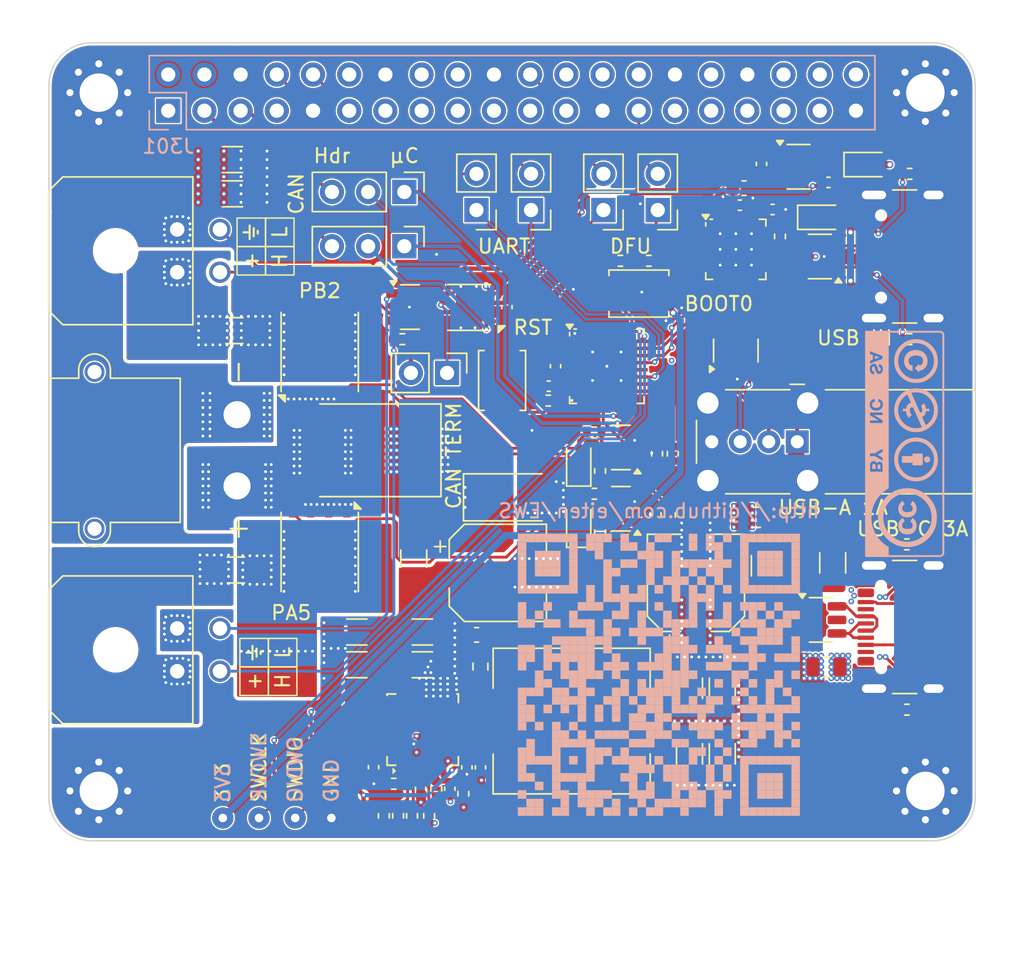
<source format=kicad_pcb>
(kicad_pcb (version 20241229) (generator "pcbnew") (generator_version "9.0")
  (title_block (title "EWS - Power, CANbus and USB HAT for 3D Printers") (date "2025-12-04") (rev "0.1") (company "Eduard Iten"))
  (layers (0 "F.Cu" signal) (4 "In1.Cu" signal) (6 "In2.Cu" signal) (2 "B.Cu" signal) (13 "F.Paste" user) (15 "B.Paste" user) (5 "F.SilkS" user "F.Silkscreen") (7 "B.SilkS" user "B.Silkscreen") (1 "F.Mask" user) (3 "B.Mask" user) (25 "Edge.Cuts" user))
  (net 0 "")
  (net 1 "GND")
  (net 2 "/Power/VCC")
  (net 3 "/Power/SS")
  (net 4 "/Power/EN")
  (net 5 "/Power/~{PGOOD}")
  (net 6 "/Power/T_{ON}")
  (net 7 "/Power/VIN")
  (net 8 "5V")
  (net 9 "/Power/FB")
  (net 10 "/Power/SW")
  (net 11 "/Power/SNB")
  (net 36 "3V3")
  (net 54 "Net-(U301-PF2)")
  (net 55 "Net-(J301-Pin_27)")
  (net 56 "Net-(J301-Pin_22)")
  (net 57 "/MCU/SWDIO")
  (net 58 "/MCU/SWCLK")
  (net 59 "Net-(J301-Pin_8)")
  (net 60 "Net-(J301-Pin_10)")
  (net 61 "/MCU/uC USART RX")
  (net 62 "/MCU/uC USART TX")
  (net 63 "/MCU/uC FDCAN1 TX")
  (net 64 "/MCU/uC FDCAN1 RX")
  (net 65 "5V_{SYS}")
  (net 66 "Net-(U404-VBUS)")
  (net 67 "/Connectivity/HE2 GATE")
  (net 68 "V_{EXT}")
  (net 69 "uC USB DP")
  (net 70 "uC USB DN")
  (net 71 "/Connectivity/USB C DP")
  (net 72 "/Connectivity/USB C DN")
  (net 73 "/Connectivity/USB IN DP")
  (net 74 "/Connectivity/USB IN DN")
  (net 75 "/Connectivity/USB A DP")
  (net 76 "/Connectivity/USB A DN")
  (net 77 "CAN L")
  (net 78 "CAN H")
  (net 79 "/Connectivity/1DP")
  (net 80 "/Connectivity/1DN")
  (net 81 "/Connectivity/HE1 GATE")
  (net 82 "24V")
  (net 83 "/MCU/SBC CAN TX")
  (net 84 "/Connectivity/OUT1")
  (net 85 "/Connectivity/OUT2")
  (net 86 "/MCU/SBC CAN RX")
  (net 87 "Net-(JP401-B)")
  (net 88 "Net-(C211-Pad2)")
  (net 89 "Net-(U202-BST)")
  (net 90 "Net-(U402-VDD33)")
  (net 91 "Net-(J407-VBUS)")
  (net 93 "Net-(J405-CC1)")
  (net 94 "Net-(J405-CC2)")
  (net 96 "Net-(J406-CC1)")
  (net 97 "Net-(J406-D--PadA7)")
  (net 99 "Net-(J406-D+-PadA6)")
  (net 101 "Net-(J406-CC2)")
  (net 102 "Net-(J407-D+)")
  (net 103 "Net-(J407-D-)")
  (net 104 "Net-(JP302-A)")
  (net 105 "Net-(JP305-A)")
  (net 106 "Net-(U202-I_{LIM})")
  (net 107 "Net-(U402-~{RESET})")
  (net 119 "Net-(Q403-D)")
  (net 120 "Net-(Q403-G)")
  (net 121 "Net-(D406-A)")
  (net 124 "Net-(JP301-C)")
  (net 125 "Net-(JP306-C)")
  (net 126 "/Connectivity/OUT1F")
  (net 127 "/Connectivity/OUT2F")
  (net 128 "Net-(Q405-G)")
  (net 129 "Net-(Q405-D)")
  (net 130 "HE2 ON")
  (net 131 "HE1 ON")
  (net 133 "/Power/AGND")
  (net 134 "unconnected-(R410-Pad2)")
  (net 135 "unconnected-(R412-Pad2)")
  (footprint "Capacitor_SMD:C_1206_3216Metric" (layer "F.Cu") (at 185 103.5 90)
    (property "Reference" "C406" (hide yes))
    (property "Value" "22u")
  )
  (footprint "Connector_Molex:Molex_Micro-Fit_3.0_43045-0400_2x02_P3.00mm_Horizontal" (layer "F.Cu") (at 139 111.1 90)
    (property "Reference" "J402" (hide yes))
    (property "Value" "Toolhead 1")
  )
  (footprint "Inductor_SMD:L_APV_APH1050" (layer "F.Cu") (at 166.68 114.6)
    (property "Reference" "L201" (hide yes))
    (property "Value" "3.3uH" (hide yes))
  )
  (footprint "Connector_USB:USB_A_Wuerth_614004134726_Horizontal" (layer "F.Cu") (at 182.51 95 180)
    (property "Reference" "J407" (hide yes))
    (property "Value" "OUT")
  )
  (footprint "Connector_PinHeader_2.54mm:PinHeader_1x02_P2.54mm_Vertical" (layer "F.Cu") (at 163.83 78.74 180)
    (property "Reference" "JP303" (hide yes))
    (property "Value" "~")
  )
  (footprint "Capacitor_SMD:C_1206_3216Metric" (layer "F.Cu") (at 177.25 116.9 -90)
    (property "Reference" "C217" (hide yes))
    (property "Value" "22u" (hide yes))
  )
  (footprint "Resistor_SMD:R_0402_1005Metric" (layer "F.Cu") (at 172.1 82.3 180)
    (property "Reference" "R303" (hide yes))
    (property "Value" "1k")
  )
  (footprint "Button_Switch_SMD:SW_SPST_TS-1088-xR020" (layer "F.Cu") (at 161.8 90.7 -90)
    (property "Reference" "SW301" (hide yes))
    (property "Value" "RST")
  )
  (footprint "Diode_SMD:D_SMC" (layer "F.Cu") (at 152.6 95.6 180)
    (property "Reference" "D402" (hide yes))
    (property "Value" "D_Schottky")
  )
  (footprint "Package_DFN_QFN:QFN-32-1EP_5x5mm_P0.5mm_EP3.45x3.45mm" (layer "F.Cu") (at 169.15 89.7)
    (property "Reference" "U301" (hide yes))
    (property "Value" "STM32G0B1KBUx")
  )
  (footprint "Package_SON:HVSON-8-1EP_3x3mm_P0.65mm_EP1.6x2.4mm" (layer "F.Cu") (at 159.4875 85.5725 180)
    (property "Reference" "U401" (hide yes))
    (property "Value" "TJA1051TK-3")
  )
  (footprint "Connector_PinHeader_2.54mm:PinHeader_1x02_P2.54mm_Vertical" (layer "F.Cu") (at 157.9375 90.17 -90)
    (property "Reference" "JP401" (hide yes))
    (property "Value" "~")
  )
  (footprint "Package_TO_SOT_SMD:SOT-23" (layer "F.Cu") (at 170.1375 99.7 180)
    (property "Reference" "Q405" (hide yes))
    (property "Value" "AO3400A")
  )
  (footprint "Capacitor_SMD:CP_Elec_6.3x7.7" (layer "F.Cu") (at 161.5 104.2)
    (property "Reference" "C201" (hide yes))
    (property "Value" "100u" (hide yes))
  )
  (footprint "Package_TO_SOT_SMD:SOT-23-6" (layer "F.Cu") (at 184.1 82 180)
    (property "Reference" "U403" (hide yes))
    (property "Value" "USBLC6-2SC6")
  )
  (footprint "Capacitor_SMD:C_1206_3216Metric" (layer "F.Cu") (at 174.95 112.3 90)
    (property "Reference" "C214" (hide yes))
    (property "Value" "22u" (hide yes))
  )
  (footprint "Resistor_SMD:R_0603_1608Metric" (layer "F.Cu") (at 160.28 110.775 90)
    (property "Reference" "R206" (hide yes))
    (property "Value" "1R")
  )
  (footprint "Resistor_SMD:R_0402_1005Metric" (layer "F.Cu") (at 168.275 98.65)
    (property "Reference" "R414" (hide yes))
    (property "Value" "30k")
  )
  (footprint "Fuse:Fuse_0805_2012Metric" (layer "F.Cu") (at 184.5625 110.8)
    (property "Reference" "F403" (hide yes))
    (property "Value" "4A")
  )
  (footprint "Diode_SMD:D_SOD-323" (layer "F.Cu") (at 184.15 79.25)
    (property "Reference" "D406" (hide yes))
    (property "Value" "1N5819WS")
  )
  (footprint "Capacitor_SMD:C_1206_3216Metric" (layer "F.Cu") (at 142.875 75.2 180)
    (property "Reference" "C304" (hide yes))
    (property "Value" "22u")
  )
  (footprint "Connector_PinHeader_2.54mm:PinHeader_1x03_P2.54mm_Vertical" (layer "F.Cu") (at 154.94 77.47 -90)
    (property "Reference" "JP306" (hide yes))
    (property "Value" "Jumper_3_Open")
  )
  (footprint "Package_DFN_QFN:AO_DFN-8-1EP_5.55x5.2mm_P1.27mm_EP4.12x4.6mm" (layer "F.Cu") (at 149 88.7 90)
    (property "Reference" "Q401" (hide yes))
    (property "Value" "CJAC70P06")
  )
  (footprint "Package_TO_SOT_SMD:SOT-23" (layer "F.Cu") (at 155.3375 85.5475)
    (property "Reference" "D404" (hide yes))
    (property "Value" "NUP2105L")
  )
  (footprint "Capacitor_SMD:C_0402_1005Metric" (layer "F.Cu") (at 162.1375 85.5475 90)
    (property "Reference" "C403" (hide yes))
    (property "Value" "100n")
  )
  (footprint "Fuse:Fuse_1206_3216Metric_Pad1.42x1.75mm_HandSolder" (layer "F.Cu") (at 143.1125 104 180)
    (property "Reference" "F401" (hide yes))
    (property "Value" "5A")
  )
  (footprint "Resistor_SMD:R_0402_1005Metric" (layer "F.Cu") (at 155.48 121.25 -90)
    (property "Reference" "R204" (hide yes))
    (property "Value" "30k" (hide yes))
  )
  (footprint "Package_DFN_QFN:AO_DFN-8-1EP_5.55x5.2mm_P1.27mm_EP4.12x4.6mm" (layer "F.Cu") (at 149 102.735 -90)
    (property "Reference" "Q404" (hide yes))
    (property "Value" "CJAC70P06")
  )
  (footprint "MountingHole:MountingHole_2.7mm_Pad_Via" (layer "F.Cu") (at 133.5 119.5)
    (property "Reference" "MH103" (hide yes))
    (property "Value" "MountingHole_Pad")
  )
  (footprint "project:NAMED_TEST_POINT" (layer "F.Cu") (at 147.28 121.4 90)
    (property "Reference" "TP303" (hide yes))
    (property "Value" "SWDIO")
  )
  (footprint "Package_TO_SOT_SMD:SOT-23-3" (layer "F.Cu") (at 182.6 75.7)
    (property "Reference" "U201" (hide yes))
    (property "Value" "XC6206PxxxMR")
  )
  (footprint "Capacitor_SMD:C_0402_1005Metric" (layer "F.Cu") (at 165.07 91.1)
    (property "Reference" "C301" (hide yes))
    (property "Value" "100n")
  )
  (footprint "Capacitor_SMD:C_0402_1005Metric" (layer "F.Cu") (at 152.78 117.83 90)
    (property "Reference" "C211" (hide yes))
    (property "Value" "1u" (hide yes))
  )
  (footprint "Capacitor_SMD:C_1206_3216Metric" (layer "F.Cu") (at 142.875 77.6 180)
    (property "Reference" "C303" (hide yes))
    (property "Value" "22u")
  )
  (footprint "Capacitor_SMD:C_0402_1005Metric" (layer "F.Cu") (at 158.13 119.35 90)
    (property "Reference" "C213" (hide yes))
    (property "Value" "1n" (hide yes))
  )
  (footprint "Diode_SMD:D_SOD-323" (layer "F.Cu") (at 167.175 100.8 90)
    (property "Reference" "D407" (hide yes))
    (property "Value" "BZT52C15S")
  )
  (footprint "MountingHole:MountingHole_2.7mm_Pad_Via" (layer "F.Cu") (at 191.5 119.5)
    (property "Reference" "MH104" (hide yes))
    (property "Value" "MountingHole_Pad")
  )
  (footprint "MountingHole:MountingHole_2.7mm_Pad_Via" (layer "F.Cu") (at 191.5 70.5)
    (property "Reference" "MH102" (hide yes))
    (property "Value" "MountingHole_Pad")
  )
  (footprint "Capacitor_SMD:C_0402_1005Metric" (layer "F.Cu") (at 159.33 117.85 -90)
    (property "Reference" "C208" (hide yes))
    (property "Value" "100n" (hide yes))
  )
  (footprint "Diode_SMD:D_SMA" (layer "F.Cu") (at 162.6 98.9)
    (property "Reference" "D403" (hide yes))
    (property "Value" "SMAJ26A")
  )
  (footprint "Resistor_SMD:R_0402_1005Metric" (layer "F.Cu") (at 165.04 92.11)
    (property "Reference" "R301" (hide yes))
    (property "Value" "1k")
  )
  (footprint "project:IC_XR76203ELTR-F" (layer "F.Cu") (at 156.23 115.2 90)
    (property "Reference" "U202" (hide yes))
    (property "Value" "XR76208" (hide yes))
  )
  (footprint "Resistor_SMD:R_0402_1005Metric" (layer "F.Cu") (at 172.675 95.84 -90)
    (property "Reference" "R406" (hide yes))
    (property "Value" "30k")
  )
  (footprint "Capacitor_SMD:C_1206_3216Metric" (layer "F.Cu") (at 151.605 110.65 180)
    (property "Reference" "C205" (hide yes))
    (property "Value" "10u" (hide yes))
  )
  (footprint "Connector_PinHeader_2.54mm:PinHeader_1x02_P2.54mm_Vertical" (layer "F.Cu") (at 168.91 78.74 180)
    (property "Reference" "JP302" (hide yes))
    (property "Value" "~")
  )
  (footprint "Resistor_SMD:R_0402_1005Metric" (layer "F.Cu") (at 173.775 95.84 90)
    (property "Reference" "R407" (hide yes))
    (property "Value" "1k")
  )
  (footprint "Fuse:Fuse_0805_2012Metric" (layer "F.Cu") (at 179.6625 100.3)
    (property "Reference" "F404" (hide yes))
    (property "Value" "1.5A")
  )
  (footprint "Capacitor_SMD:C_1206_3216Metric" (layer "F.Cu") (at 180.2 103.7 -90)
    (property "Reference" "C407" (hide yes))
    (property "Value" "22u")
  )
  (footprint "Connector_PinHeader_2.54mm:PinHeader_1x02_P2.54mm_Vertical" (layer "F.Cu") (at 160 78.74 180)
    (property "Reference" "JP304" (hide yes))
    (property "Value" "~")
  )
  (footprint "Fuse:Fuse_1206_3216Metric_Pad1.42x1.75mm_HandSolder" (layer "F.Cu") (at 155.6 103.2 90)
    (property "Reference" "F201" (hide yes))
    (property "Value" "3A")
  )
  (footprint "Capacitor_SMD:C_1206_3216Metric" (layer "F.Cu") (at 151.605 108.35 180)
    (property "Reference" "C202" (hide yes))
    (property "Value" "10u" (hide yes))
  )
  (footprint "Resistor_SMD:R_0402_1005Metric" (layer "F.Cu") (at 159.08 119.7 -90)
    (property "Reference" "R208" (hide yes))
    (property "Value" "2k" (hide yes))
  )
  (footprint "Capacitor_SMD:C_0402_1005Metric" (layer "F.Cu") (at 156.08 119.35 -90)
    (property "Reference" "C210" (hide yes))
    (property "Value" "100n" (hide yes))
  )
  (footprint "Resistor_SMD:R_0402_1005Metric" (layer "F.Cu") (at 157.18 119.35 90)
    (property "Reference" "R207" (hide yes))
    (property "Value" "15.5k" (hide yes))
  )
  (footprint "MountingHole:MountingHole_2.7mm_Pad_Via" (layer "F.Cu") (at 133.5 70.5)
    (property "Reference" "MH101" (hide yes))
    (property "Value" "MountingHole_Pad")
  )
  (footprint "Button_Switch_SMD:SW_SPST_TS-1088-xR020" (layer "F.Cu") (at 171.4 84.6 180)
    (property "Reference" "SW302" (hide yes))
    (property "Value" "BOOT0")
  )
  (footprint "Capacitor_SMD:C_0402_1005Metric" (layer "F.Cu") (at 180.78 78.7)
    (property "Reference" "C401" (hide yes))
    (property "Value" "100n")
  )
  (footprint "Capacitor_SMD:C_0402_1005Metric" (layer "F.Cu") (at 165.55 89.7 90)
    (property "Reference" "C302" (hide yes))
    (property "Value" "100n")
  )
  (footprint "NetTie:NetTie-2_SMD_Pad0.5mm" (layer "F.Cu") (at 156.1 116.2)
    (property "Reference" "NT201" (hide yes))
    (property "Value" "NetTie_2" (hide yes))
  )
  (footprint "Resistor_SMD:R_0402_1005Metric" (layer "F.Cu") (at 170.1 82.3 180)
    (property "Reference" "R302" (hide yes))
    (property "Value" "10k")
  )
  (footprint "Resistor_SMD:R_0402_1005Metric" (layer "F.Cu") (at 168.265 94.35)
    (property "Reference" "R403" (hide yes))
    (property "Value" "30k")
  )
  (footprint "Package_TO_SOT_SMD:SOT-23-6" (layer "F.Cu") (at 184.1625 107.5)
    (property "Reference" "U404" (hide yes))
    (property "Value" "USBLC6-2SC6")
  )
  (footprint "Resistor_SMD:R_0402_1005Metric" (layer "F.Cu") (at 190.2 113.8 180)
    (property "Reference" "R412" (hide yes))
    (property "Value" "10k")
  )
  (footprint "Connector_PinHeader_2.54mm:PinHeader_1x03_P2.54mm_Vertical" (layer "F.Cu") (at 154.94 81.28 -90)
    (property "Reference" "JP301" (hide yes))
    (property "Value" "Jumper_3_Open")
  )
  (footprint "Diode_SMD:D_SOD-323" (layer "F.Cu") (at 187.4 75.55)
    (property "Reference" "D405" (hide yes))
    (property "Value" "1N5819WS")
  )
  (footprint "Resistor_SMD:R_0402_1005Metric" (layer "F.Cu") (at 156.68 121.25 90)
    (property "Reference" "R203" (hide yes))
    (property "Value" "10k" (hide yes))
  )
  (footprint "Package_TO_SOT_SMD:SOT-23" (layer "F.Cu") (at 170.1375 95.4 180)
    (property "Reference" "Q403" (hide yes))
    (property "Value" "AO3400A")
  )
  (footprint "Resistor_SMD:R_0402_1005Metric" (layer "F.Cu") (at 190.2 102.2 180)
    (property "Reference" "R410" (hide yes))
    (property "Value" "10k")
  )
  (footprint "Diode_SMD:D_SOD-323" (layer "F.Cu") (at 167.175 96.5 90)
    (property "Reference" "D401" (hide yes))
    (property "Value" "BZT52C15S")
  )
  (footprint "Resistor_SMD:R_0402_1005Metric" (layer "F.Cu") (at 190.4 87.8 180)
    (property "Reference" "R409" (hide yes))
    (property "Value" "5k1")
  )
  (footprint "Capacitor_SMD:C_1206_3216Metric" (layer "F.Cu") (at 177.25 112.3 90)
    (property "Reference" "C215" (hide yes))
    (property "Value" "22u" (hide yes))
  )
  (footprint "Resistor_SMD:R_0402_1005Metric" (layer "F.Cu") (at 173.575 100.14 90)
    (property "Reference" "R416" (hide yes))
    (property "Value" "1k")
  )
  (footprint "Connector_AMASS:AMASS_XT30PW-M_1x02_P2.50mm_Horizontal" (layer "F.Cu") (at 143.2 93.1 90)
    (property "Reference" "J401" (hide yes))
    (property "Value" "PWR IN")
  )
  (footprint "Connector_PinHeader_2.54mm:PinHeader_1x02_P2.54mm_Vertical" (layer "F.Cu") (at 172.72 78.74 180)
    (property "Reference" "JP305" (hide yes))
    (property "Value" "~")
  )
  (footprint "Resistor_SMD:R_0402_1005Metric" (layer "F.Cu") (at 168.675 101.35 90)
    (property "Reference" "R413" (hide yes))
    (property "Value" "30k")
  )
  (footprint "Connector_USB:USB_C_Receptacle_GCT_USB4105-xx-A_16P_TopMnt_Horizontal" (layer "F.Cu") (at 191 108 90)
    (property "Reference" "J406" (hide yes))
    (property "Value" "OUT")
  )
  (footprint "Package_DFN_QFN:QFN-24-1EP_4x4mm_P0.5mm_EP2.7x2.7mm_ThermalVias" (layer "F.Cu") (at 178.2 81.5)
    (property "Reference" "U402" (hide yes))
    (property "Value" "CH334F")
  )
  (footprint "Resistor_SMD:R_0402_1005Metric" (layer "F.Cu") (at 190.4 76.2 180)
    (property "Reference" "R411" (hide yes))
    (property "Value" "5k1")
  )
  (footprint "Capacitor_SMD:C_1206_3216Metric" (layer "F.Cu") (at 156.205 108.35)
    (property "Reference" "C206" (hide yes))
    (property "Value" "10u")
  )
  (footprint "Resistor_SMD:R_0402_1005Metric" (layer "F.Cu") (at 172.575 100.14 -90)
    (property "Reference" "R415" (hide yes))
    (property "Value" "30k")
  )
  (footprint "Capacitor_SMD:C_0603_1608Metric" (layer "F.Cu") (at 160.005 108.55 180)
    (property "Reference" "C212" (hide yes))
    (property "Value" "220p")
  )
  (footprint "project:NAMED_TEST_POINT" (layer "F.Cu") (at 142.2 121.4 90)
    (property "Reference" "TP302" (hide yes))
    (property "Value" "3V3")
  )
  (footprint "Capacitor_SMD:C_1206_3216Metric" (layer "F.Cu") (at 174.95 116.9 -90)
    (property "Reference" "C216" (hide yes))
    (property "Value" "22u" (hide yes))
  )
  (footprint "Capacitor_SMD:CP_Elec_6.3x7.7" (layer "F.Cu") (at 175.4 104.9 90)
    (property "Reference" "C405" (hide yes))
    (property "Value" "100u")
  )
  (footprint "Connector_Molex:Molex_Micro-Fit_3.0_43045-0400_2x02_P3.00mm_Horizontal" (layer "F.Cu") (at 139 83.1 90)
    (property "Reference" "J403" (hide yes))
    (property "Value" "Toolhead 2")
  )
  (footprint "Resistor_SMD:R_0402_1005Metric" (layer "F.Cu") (at 154.2 119)
    (property "Reference" "R205" (hide yes))
    (property "Value" "5k1" (hide yes))
  )
  (footprint "Resistor_SMD:R_0402_1005Metric" (layer "F.Cu") (at 181.3 80.59 90)
    (property "Reference" "R408" (hide yes))
    (property "Value" "1k")
  )
  (footprint "Resistor_SMD:R_0402_1005Metric" (layer "F.Cu") (at 168.675 97.05 90)
    (property "Reference" "R401" (hide yes))
    (property "Value" "30k")
  )
  (footprint "project:NAMED_TEST_POINT" (layer "F.Cu") (at 149.82 121.4 90)
    (property "Reference" "TP301" (hide yes))
    (property "Value" "GND")
  )
  (footprint "Capacitor_SMD:C_0402_1005Metric" (layer "F.Cu") (at 160.28 117.85 -90)
    (property "Reference" "C209" (hide yes))
    (property "Value" "4u7" (hide yes))
  )
  (footprint "Capacitor_SMD:C_1206_3216Metric" (layer "F.Cu") (at 156.205 110.65)
    (property "Reference" "C204" (hide yes))
    (property "Value" "10u")
  )
  (footprint "Connector_USB:USB_C_Receptacle_GCT_USB4105-xx-A_16P_TopMnt_Horizontal" (layer "F.Cu") (at 191 82 90)
    (property "Reference" "J405" (hide yes))
    (property "Value" "IN")
  )
  (footprint "Capacitor_SMD:C_0402_1005Metric" (layer "F.Cu") (at 184.7 76.8 180)
    (property "Reference" "C203" (hide yes))
    (property "Value" "1u")
  )
  (footprint "Resistor_SMD:R_0402_1005Metric" (layer "F.Cu") (at 154.5 121.25 -90)
    (property "Reference" "R202" (hide yes))
    (property "Value" "2k2")
  )
  (footprint "project:NAMED_TEST_POINT" (layer "F.Cu") (at 144.74 121.4 90)
    (property "Reference" "TP304" (hide yes))
    (property "Value" "SWCLK")
  )
  (footprint "Capacitor_SMD:C_0603_1608Metric" (layer "F.Cu") (at 178.775 77.2)
    (property "Reference" "C402" (hide yes))
    (property "Value" "10u")
  )
  (footprint "Package_TO_SOT_SMD:SOT-23-6" (layer "F.Cu") (at 178.2 88.6 90)
    (property "Reference" "U405" (hide yes))
    (property "Value" "USBLC6-2SC6")
  )
  (footprint "Resistor_SMD:R_0402_1005Metric" (layer "F.Cu") (at 153.5 121.25 90)
    (property "Reference" "R201" (hide yes))
    (property "Value" "100k" (hide yes))
  )
  (footprint "Resistor_SMD:R_0402_1005Metric_Pad0.72x0.64mm_HandSolder" (layer "F.Cu") (at 154.8 87.8 180)
    (property "Reference" "R405" (hide yes))
    (property "Value" "120R")
  )
  (footprint "Fuse:Fuse_1206_3216Metric_Pad1.42x1.75mm_HandSolder" (layer "F.Cu") (at 143.0125 87.2 180)
    (property "Reference" "F402" (hide yes))
    (property "Value" "5A")
  )
  (footprint "Capacitor_SMD:C_0402_1005Metric" (layer "F.Cu") (at 180 75.5 -90)
    (property "Reference" "C207" (hide yes))
    (property "Value" "1u")
  )
  (footprint "Capacitor_SMD:C_0402_1005Metric" (layer "F.Cu") (at 178.48 78.4)
    (property "Reference" "C404" (hide yes))
    (property "Value" "100n")
  )
  (footprint "project:http___github.com_eiten_EWS" (layer "B.Cu") (at 172.8 111.35 180)
    (property "Reference" "QR*****" (hide yes))
    (property "Value" "http://github.com/eiten/EWS")
  )
  (footprint "project:CC_BY_NC_SA 4" (layer "B.Cu") (at 190.882883 100.847948 90)
    (property "Reference" "REF**" (hide yes))
    (property "Value" "CC_BY_NC_SA 4")
  )
  (footprint "Connector_PinSocket_2.54mm:PinSocket_2x20_P2.54mm_Vertical" (layer "B.Cu") (at 138.37 71.77 -90)
    (property "Reference" "J301")
    (property "Value" "GPIO")
  )
  (footprint "project:HeatSink_9x9x5" (layer "B.Cu") (at 157.2 112.2 90)
    (property "Reference" "REF**" (hide yes))
    (property "Value" "HeatSink_9x9x5" (hide yes))
  )
  (gr_rect (start 145.2 79.3) (end 147.2 81.3) (stroke (width 0.1)) (fill no) (layer "F.SilkS"))
  (gr_rect (start 145.4 108.8) (end 147.4 110.8) (stroke (width 0.1)) (fill no) (layer "F.SilkS"))
  (gr_rect (start 143.2 81.3) (end 145.2 83.3) (stroke (width 0.1)) (fill no) (layer "F.SilkS"))
  (gr_rect (start 143.4 110.8) (end 145.4 112.8) (stroke (width 0.1)) (fill no) (layer "F.SilkS"))
  (gr_rect (start 145.2 81.3) (end 147.2 83.3) (stroke (width 0.1)) (fill no) (layer "F.SilkS"))
  (gr_rect (start 145.4 110.8) (end 147.4 112.8) (stroke (width 0.1)) (fill no) (layer "F.SilkS"))
  (gr_rect (start 143.2 79.3) (end 145.2 81.3) (stroke (width 0.1)) (fill no) (layer "F.SilkS"))
  (gr_rect (start 143.4 108.8) (end 145.4 110.8) (stroke (width 0.1)) (fill no) (layer "F.SilkS"))
  (gr_arc (start 195 120) (mid 194.12132 122.12132) (end 192 123) (stroke (width 0.1)) (layer "Edge.Cuts"))
  (gr_line (start 192 67) (end 133 67) (stroke (width 0.1)) (layer "Edge.Cuts"))
  (gr_line (start 195 120) (end 195 70) (stroke (width 0.1)) (layer "Edge.Cuts"))
  (gr_arc (start 192 67) (mid 194.12132 67.87868) (end 195 70) (stroke (width 0.1)) (layer "Edge.Cuts"))
  (gr_arc (start 133 123) (mid 130.87868 122.12132) (end 130 120) (stroke (width 0.1)) (layer "Edge.Cuts"))
  (gr_line (start 133 123) (end 192 123) (stroke (width 0.1)) (layer "Edge.Cuts"))
  (gr_arc (start 130 70) (mid 130.87868 67.87868) (end 133 67) (stroke (width 0.1)) (layer "Edge.Cuts"))
  (gr_line (start 130 70) (end 130 120) (stroke (width 0.1)) (layer "Edge.Cuts"))
  (gr_text "H" (at 146.2 82.3 90) (layer "F.SilkS") (effects (font (size 1 1))))
  (gr_text "CAN" (at 147.35 77.6 90) (layer "F.SilkS") (effects (font (size 1 1))))
  (gr_text "⏚" (at 144.4 109.8 90) (layer "F.SilkS") (effects (font (size 1 1))))
  (gr_text "BOOT0" (at 174.5 85.9 0) (layer "F.SilkS") (effects (font (size 1 1)) (justify left bottom)))
  (gr_text "Hdr" (at 149.86 74.93 0) (layer "F.SilkS") (effects (font (size 1 1))))
  (gr_text "μC" (at 154.94 74.93 0) (layer "F.SilkS") (effects (font (size 1 1))))
  (gr_text "PA5" (at 147 107 0) (layer "F.SilkS") (effects (font (size 1 1))))
  (gr_text "DFU" (at 170.815 81.28 0) (layer "F.SilkS") (effects (font (size 1 1))))
  (gr_text "USB-A 1A" (at 181.1 100.2 0) (layer "F.SilkS") (effects (font (size 1 1)) (justify left bottom)))
  (gr_text "⏚" (at 144.2 80.3 90) (layer "F.SilkS") (effects (font (size 1 1))))
  (gr_text "RST" (at 162.5 87.565 0) (layer "F.SilkS") (effects (font (size 1 1)) (justify left bottom)))
  (gr_text "UART" (at 161.925 81.28 0) (layer "F.SilkS") (effects (font (size 1 1))))
  (gr_text "+" (at 144.4 111.8 90) (layer "F.SilkS") (effects (font (size 1 1))))
  (gr_text "L" (at 146.4 109.8 90) (layer "F.SilkS") (effects (font (size 1 1))))
  (gr_text "USB IN" (at 183.8 88.3 0) (layer "F.SilkS") (effects (font (size 1 1)) (justify left bottom)))
  (gr_text "L" (at 146.2 80.3 90) (layer "F.SilkS") (effects (font (size 1 1))))
  (gr_text "H" (at 146.4 111.8 90) (layer "F.SilkS") (effects (font (size 1 1))))
  (gr_text "USB-C 3A" (at 186.6 101.7 0) (layer "F.SilkS") (effects (font (size 1 1)) (justify left bottom)))
  (gr_text "PB2" (at 149 84.4 0) (layer "F.SilkS") (effects (font (size 1 1))))
  (gr_text "+" (at 144.2 82.3 90) (layer "F.SilkS") (effects (font (size 1 1))))
  (gr_text "CAN TERM" (at 158.4 92.15 90) (layer "F.SilkS") (effects (font (size 1 1)) (justify right)))
  (via (at 173.7 89.3) (size 0.4) (drill 0.2) (layers "F.Cu" "B.Cu") (net 0))
  (via (at 145.3 75.8) (size 0.4) (drill 0.2) (layers "F.Cu" "B.Cu") (net 1))
  (via (at 174.6 110.1) (size 0.4) (drill 0.2) (layers "F.Cu" "B.Cu") (net 1))
  (via (at 149.8 109.5) (size 0.4) (drill 0.2) (layers "F.Cu" "B.Cu") (net 1))
  (via (at 163.2 103.2) (size 0.4) (drill 0.2) (layers "F.Cu" "B.Cu") (net 1))
  (via (at 162.7 103.2) (size 0.4) (drill 0.2) (layers "F.Cu" "B.Cu") (net 1))
  (via (at 174.4 103.2) (size 0.4) (drill 0.2) (layers "F.Cu" "B.Cu") (net 1))
  (via (at 158.48 110.75) (size 0.4) (drill 0.2) (layers "F.Cu" "B.Cu") (net 1))
  (via (at 145.5 92.6) (size 0.4) (drill 0.2) (layers "F.Cu" "B.Cu") (net 1))
  (via (at 156.8 110.4) (size 0.4) (drill 0.2) (layers "F.Cu" "B.Cu") (net 1))
  (via (at 158.48 110.25) (size 0.4) (drill 0.2) (layers "F.Cu" "B.Cu") (net 1))
  (via (at 149.3 110) (size 0.4) (drill 0.2) (layers "F.Cu" "B.Cu") (net 1))
  (via (at 145.3 74.6) (size 0.4) (drill 0.2) (layers "F.Cu" "B.Cu") (net 1))
  (via (at 178.3 90.6) (size 0.4) (drill 0.2) (layers "F.Cu" "B.Cu") (net 1))
  (via (at 139.8 80.9) (size 0.4) (drill 0.2) (layers "F.Cu" "B.Cu") (net 1))
  (via (at 140.8 93.1) (size 0.4) (drill 0.2) (layers "F.Cu" "B.Cu") (net 1))
  (via (at 166.8 84.3) (size 0.4) (drill 0.2) (layers "F.Cu" "B.Cu") (net 1))
  (via (at 184.4 82) (size 0.4) (drill 0.2) (layers "F.Cu" "B.Cu") (net 1))
  (via (at 177.6 110.1) (size 0.4) (drill 0.2) (layers "F.Cu" "B.Cu") (net 1))
  (via (at 171.1 94.9) (size 0.4) (drill 0.2) (layers "F.Cu" "B.Cu") (net 1))
  (via (at 158.6 112.4) (size 0.4) (drill 0.2) (layers "F.Cu" "B.Cu") (net 1))
  (via (at 175.1 119.1) (size 0.4) (drill 0.2) (layers "F.Cu" "B.Cu") (net 1))
  (via (at 145.3 78.2) (size 0.4) (drill 0.2) (layers "F.Cu" "B.Cu") (net 1))
  (via (at 176.4 102.7) (size 0.4) (drill 0.2) (layers "F.Cu" "B.Cu") (net 1))
  (via (at 172.2 100.1) (size 0.4) (drill 0.2) (layers "F.Cu" "B.Cu") (net 1))
  (via (at 150.3 109.5) (size 0.4) (drill 0.2) (layers "F.Cu" "B.Cu") (net 1))
  (via (at 174.4 101.7) (size 0.4) (drill 0.2) (layers "F.Cu" "B.Cu") (net 1))
  (via (at 139.4 81) (size 0.4) (drill 0.2) (layers "F.Cu" "B.Cu") (net 1))
  (via (at 149.3 109) (size 0.4) (drill 0.2) (layers "F.Cu" "B.Cu") (net 1))
  (via (at 138.6 81) (size 0.4) (drill 0.2) (layers "F.Cu" "B.Cu") (net 1))
  (via (at 163.2 105.2) (size 0.4) (drill 0.2) (layers "F.Cu" "B.Cu") (net 1))
  (via (at 165.2 105.2) (size 0.4) (drill 0.2) (layers "F.Cu" "B.Cu") (net 1))
  (via (at 138.1 80.5) (size 0.4) (drill 0.2) (layers "F.Cu" "B.Cu") (net 1))
  (via (at 149.3 111.6) (size 0.4) (drill 0.2) (layers "F.Cu" "B.Cu") (net 1))
  (via (at 164.6 100) (size 0.4) (drill 0.2) (layers "F.Cu" "B.Cu") (net 1))
  (via (at 145.3 77) (size 0.4) (drill 0.2) (layers "F.Cu" "B.Cu") (net 1))
  (via (at 138.1 108.5) (size 0.4) (drill 0.2) (layers "F.Cu" "B.Cu") (net 1))
  (via (at 145.1 93.1) (size 0.4) (drill 0.2) (layers "F.Cu" "B.Cu") (net 1))
  (via (at 166.9 87.4) (size 0.4) (drill 0.2) (layers "F.Cu" "B.Cu") (net 1))
  (via (at 165.2 103.2) (size 0.4) (drill 0.2) (layers "F.Cu" "B.Cu") (net 1))
  (via (at 139.4 109) (size 0.4) (drill 0.2) (layers "F.Cu" "B.Cu") (net 1))
  (via (at 140.8 92.1) (size 0.4) (drill 0.2) (layers "F.Cu" "B.Cu") (net 1))
  (via (at 177.1 119.1) (size 0.4) (drill 0.2) (layers "F.Cu" "B.Cu") (net 1))
  (via (at 170.15 88.7) (size 0.4) (drill 0.2) (layers "F.Cu" "B.Cu") (net 1))
  (via (at 165.7 105.2) (size 0.4) (drill 0.2) (layers "F.Cu" "B.Cu") (net 1))
  (via (at 149.3 110.5) (size 0.4) (drill 0.2) (layers "F.Cu" "B.Cu") (net 1))
  (via (at 176.4 103.7) (size 0.4) (drill 0.2) (layers "F.Cu" "B.Cu") (net 1))
  (via (at 158.9 84.1) (size 0.4) (drill 0.2) (layers "F.Cu" "B.Cu") (net 1))
  (via (at 145.1 94.6) (size 0.4) (drill 0.2) (layers "F.Cu" "B.Cu") (net 1))
  (via (at 140.8 91.6) (size 0.4) (drill 0.2) (layers "F.Cu" "B.Cu") (net 1))
  (via (at 162.7 105.2) (size 0.4) (drill 0.2) (layers "F.Cu" "B.Cu") (net 1))
  (via (at 174.4 101.2) (size 0.4) (drill 0.2) (layers "F.Cu" "B.Cu") (net 1))
  (via (at 145.5 93.1) (size 0.4) (drill 0.2) (layers "F.Cu" "B.Cu") (net 1))
  (via (at 163.9 94.2) (size 0.4) (drill 0.2) (layers "F.Cu" "B.Cu") (net 1))
  (via (at 166.1 99.4) (size 0.4) (drill 0.2) (layers "F.Cu" "B.Cu") (net 1))
  (via (at 158.9 87) (size 0.4) (drill 0.2) (layers "F.Cu" "B.Cu") (net 1))
  (via (at 141.3 94.1) (size 0.4) (drill 0.2) (layers "F.Cu" "B.Cu") (net 1))
  (via (at 141.3 93.6) (size 0.4) (drill 0.2) (layers "F.Cu" "B.Cu") (net 1))
  (via (at 164.7 105.2) (size 0.4) (drill 0.2) (layers "F.Cu" "B.Cu") (net 1))
  (via (at 174.1 119.1) (size 0.4) (drill 0.2) (layers "F.Cu" "B.Cu") (net 1))
  (via (at 145.5 94.1) (size 0.4) (drill 0.2) (layers "F.Cu" "B.Cu") (net 1))
  (via (at 178.1 110.1) (size 0.4) (drill 0.2) (layers "F.Cu" "B.Cu") (net 1))
  (via (at 157.2 81.85) (size 0.4) (drill 0.2) (layers "F.Cu" "B.Cu") (net 1))
  (via (at 168.15 90.7) (size 0.4) (drill 0.2) (layers "F.Cu" "B.Cu") (net 1))
  (via (at 149.3 108.5) (size 0.4) (drill 0.2) (layers "F.Cu" "B.Cu") (net 1))
  (via (at 139.9 108.5) (size 0.4) (drill 0.2) (layers "F.Cu" "B.Cu") (net 1))
  (via (at 145.5 94.6) (size 0.4) (drill 0.2) (layers "F.Cu" "B.Cu") (net 1))
  (via (at 145.1 93.6) (size 0.4) (drill 0.2) (layers "F.Cu" "B.Cu") (net 1))
  (via (at 152.8 119) (size 0.4) (drill 0.2) (layers "F.Cu" "B.Cu") (net 1))
  (via (at 141.3 91.6) (size 0.4) (drill 0.2) (layers "F.Cu" "B.Cu") (net 1))
  (via (at 138.1 107.7) (size 0.4) (drill 0.2) (layers "F.Cu" "B.Cu") (net 1))
  (via (at 174.4 102.7) (size 0.4) (drill 0.2) (layers "F.Cu" "B.Cu") (net 1))
  (via (at 165.6 100) (size 0.4) (drill 0.2) (layers "F.Cu" "B.Cu") (net 1))
  (via (at 158.48 109.25) (size 0.4) (drill 0.2) (layers "F.Cu" "B.Cu") (net 1))
  (via (at 158.48 107.75) (size 0.4) (drill 0.2) (layers "F.Cu" "B.Cu") (net 1))
  (via (at 143.475 75.8) (size 0.4) (drill 0.2) (layers "F.Cu" "B.Cu") (net 1))
  (via (at 145.3 77.6) (size 0.4) (drill 0.2) (layers "F.Cu" "B.Cu") (net 1))
  (via (at 145.5 91.6) (size 0.4) (drill 0.2) (layers "F.Cu" "B.Cu") (net 1))
  (via (at 172.3 95.8) (size 0.4) (drill 0.2) (layers "F.Cu" "B.Cu") (net 1))
  (via (at 156.4 111.2) (size 0.4) (drill 0.2) (layers "F.Cu" "B.Cu") (net 1))
  (via (at 143.475 75.2) (size 0.4) (drill 0.2) (layers "F.Cu" "B.Cu") (net 1))
  (via (at 158.48 109.75) (size 0.4) (drill 0.2) (layers "F.Cu" "B.Cu") (net 1))
  (via (at 138.2 108.9) (size 0.4) (drill 0.2) (layers "F.Cu" "B.Cu") (net 1))
  (via (at 165.6 97.8) (size 0.4) (drill 0.2) (layers "F.Cu" "B.Cu") (net 1))
  (via (at 139.4 79.2) (size 0.4) (drill 0.2) (layers "F.Cu" "B.Cu") (net 1))
  (via (at 174.6 119.1) (size 0.4) (drill 0.2) (layers "F.Cu" "B.Cu") (net 1))
  (via (at 175.6 119.1) (size 0.4) (drill 0.2) (layers "F.Cu" "B.Cu") (net 1))
  (via (at 159.9 87) (size 0.4) (drill 0.2) (layers "F.Cu" "B.Cu") (net 1))
  (via (at 166.7 92.1) (size 0.4) (drill 0.2) (layers "F.Cu" "B.Cu") (net 1))
  (via (at 169.15 89.7) (size 0.4) (drill 0.2) (layers "F.Cu" "B.Cu") (net 1))
  (via (at 156.8 111.2) (size 0.4) (drill 0.2) (layers "F.Cu" "B.Cu") (net 1))
  (via (at 177.3 77.8) (size 0.4) (drill 0.2) (layers "F.Cu" "B.Cu") (net 1))
  (via (at 139 79.2) (size 0.4) (drill 0.2) (layers "F.Cu" "B.Cu") (net 1))
  (via (at 159.33 118.33) (size 0.4) (drill 0.2) (layers "F.Cu" "B.Cu") (net 1))
  (via (at 145.3 76.4) (size 0.4) (drill 0.2) (layers "F.Cu" "B.Cu") (net 1))
  (via (at 139 81) (size 0.4) (drill 0.2) (layers "F.Cu" "B.Cu") (net 1))
  (via (at 138.1 79.7) (size 0.4) (drill 0.2) (layers "F.Cu" "B.Cu") (net 1))
  (via (at 176.4 101.2) (size 0.4) (drill 0.2) (layers "F.Cu" "B.Cu") (net 1))
  (via (at 164.2 105.2) (size 0.4) (drill 0.2) (layers "F.Cu" "B.Cu") (net 1))
  (via (at 174.1 110.1) (size 0.4) (drill 0.2) (layers "F.Cu" "B.Cu") (net 1))
  (via (at 138.6 79.2) (size 0.4) (drill 0.2) (layers "F.Cu" "B.Cu") (net 1))
  (via (at 164.1 100) (size 0.4) (drill 0.2) (layers "F.Cu" "B.Cu") (net 1))
  (via (at 140.8 92.6) (size 0.4) (drill 0.2) (layers "F.Cu" "B.Cu") (net 1))
  (via (at 139.8 108.9) (size 0.4) (drill 0.2) (layers "F.Cu" "B.Cu") (net 1))
  (via (at 160 84.1) (size 0.4) (drill 0.2) (layers "F.Cu" "B.Cu") (net 1))
  (via (at 164.7 103.2) (size 0.4) (drill 0.2) (layers "F.Cu" "B.Cu") (net 1))
  (via (at 141.3 93.1) (size 0.4) (drill 0.2) (layers "F.Cu" "B.Cu") (net 1))
  (via (at 141.3 92.1) (size 0.4) (drill 0.2) (layers "F.Cu" "B.Cu") (net 1))
  (via (at 166.1 98.9) (size 0.4) (drill 0.2) (layers "F.Cu" "B.Cu") (net 1))
  (via (at 145.5 93.6) (size 0.4) (drill 0.2) (layers "F.Cu" "B.Cu") (net 1))
  (via (at 141.3 92.6) (size 0.4) (drill 0.2) (layers "F.Cu" "B.Cu") (net 1))
  (via (at 158.48 111.25) (size 0.4) (drill 0.2) (layers "F.Cu" "B.Cu") (net 1))
  (via (at 165.1 100) (size 0.4) (drill 0.2) (layers "F.Cu" "B.Cu") (net 1))
  (via (at 138.6 107.2) (size 0.4) (drill 0.2) (layers "F.Cu" "B.Cu") (net 1))
  (via (at 171.1 99.2) (size 0.4) (drill 0.2) (layers "F.Cu" "B.Cu") (net 1))
  (via (at 166.1 98.4) (size 0.4) (drill 0.2) (layers "F.Cu" "B.Cu") (net 1))
  (via (at 163.6 100) (size 0.4) (drill 0.2) (layers "F.Cu" "B.Cu") (net 1))
  (via (at 143.475 76.4) (size 0.4) (drill 0.2) (layers "F.Cu" "B.Cu") (net 1))
  (via (at 139.9 107.7) (size 0.4) (drill 0.2) (layers "F.Cu" "B.Cu") (net 1))
  (via (at 164.2 103.2) (size 0.4) (drill 0.2) (layers "F.Cu" "B.Cu") (net 1))
  (via (at 176.4 102.2) (size 0.4) (drill 0.2) (layers "F.Cu" "B.Cu") (net 1))
  (via (at 139 109) (size 0.4) (drill 0.2) (layers "F.Cu" "B.Cu") (net 1))
  (via (at 176.4 100.7) (size 0.4) (drill 0.2) (layers "F.Cu" "B.Cu") (net 1))
  (via (at 143.475 74.6) (size 0.4) (drill 0.2) (layers "F.Cu" "B.Cu") (net 1))
  (via (at 145.1 94.1) (size 0.4) (drill 0.2) (layers "F.Cu" "B.Cu") (net 1))
  (via (at 176.6 110.1) (size 0.4) (drill 0.2) (layers "F.Cu" "B.Cu") (net 1))
  (via (at 176.4 101.7) (size 0.4) (drill 0.2) (layers "F.Cu" "B.Cu") (net 1))
  (via (at 156.6 110.8) (size 0.4) (drill 0.2) (layers "F.Cu" "B.Cu") (net 1))
  (via (at 145.3 75.2) (size 0.4) (drill 0.2) (layers "F.Cu" "B.Cu") (net 1))
  (via (at 166.1 97.9) (size 0.4) (drill 0.2) (layers "F.Cu" "B.Cu") (net 1))
  (via (at 175.1 110.1) (size 0.4) (drill 0.2) (layers "F.Cu" "B.Cu") (net 1))
  (via (at 176.1 110.1) (size 0.4) (drill 0.2) (layers "F.Cu" "B.Cu") (net 1))
  (via (at 158.48 108.75) (size 0.4) (drill 0.2) (layers "F.Cu" "B.Cu") (net 1))
  (via (at 138.2 80.9) (size 0.4) (drill 0.2) (layers "F.Cu" "B.Cu") (net 1))
  (via (at 155.3 85.55) (size 0.4) (drill 0.2) (layers "F.Cu" "B.Cu") (net 1))
  (via (at 143.475 77) (size 0.4) (drill 0.2) (layers "F.Cu" "B.Cu") (net 1))
  (via (at 175.6 110.1) (size 0.4) (drill 0.2) (layers "F.Cu" "B.Cu") (net 1))
  (via (at 143.475 77.6) (size 0.4) (drill 0.2) (layers "F.Cu" "B.Cu") (net 1))
  (via (at 145.1 92.6) (size 0.4) (drill 0.2) (layers "F.Cu" "B.Cu") (net 1))
  (via (at 156 111.6) (size 0.4) (drill 0.2) (layers "F.Cu" "B.Cu") (net 1))
  (via (at 168.15 88.7) (size 0.4) (drill 0.2) (layers "F.Cu" "B.Cu") (net 1))
  (via (at 170.15 90.7) (size 0.4) (drill 0.2) (layers "F.Cu" "B.Cu") (net 1))
  (via (at 174.4 100.7) (size 0.4) (drill 0.2) (layers "F.Cu" "B.Cu") (net 1))
  (via (at 139.9 80.1) (size 0.4) (drill 0.2) (layers "F.Cu" "B.Cu") (net 1))
  (via (at 145.1 91.6) (size 0.4) (drill 0.2) (layers "F.Cu" "B.Cu") (net 1))
  (via (at 139.9 108.1) (size 0.4) (drill 0.2) (layers "F.Cu" "B.Cu") (net 1))
  (via (at 176.6 119.1) (size 0.4) (drill 0.2) (layers "F.Cu" "B.Cu") (net 1))
  (via (at 171.5 78.3) (size 0.4) (drill 0.2) (layers "F.Cu" "B.Cu") (net 1))
  (via (at 139.8 107.3) (size 0.4) (drill 0.2) (layers "F.Cu" "B.Cu") (net 1))
  (via (at 138.6 109) (size 0.4) (drill 0.2) (layers "F.Cu" "B.Cu") (net 1))
  (via (at 140.8 94.1) (size 0.4) (drill 0.2) (layers "F.Cu" "B.Cu") (net 1))
  (via (at 178.1 119.1) (size 0.4) (drill 0.2) (layers "F.Cu" "B.Cu") (net 1))
  (via (at 141.3 94.6) (size 0.4) (drill 0.2) (layers "F.Cu" "B.Cu") (net 1))
  (via (at 139.9 80.5) (size 0.4) (drill 0.2) (layers "F.Cu" "B.Cu") (net 1))
  (via (at 150.8 109.5) (size 0.4) (drill 0.2) (layers "F.Cu" "B.Cu") (net 1))
  (via (at 177.1 110.1) (size 0.4) (drill 0.2) (layers "F.Cu" "B.Cu") (net 1))
  (via (at 173.3 86.5) (size 0.4) (drill 0.2) (layers "F.Cu" "B.Cu") (net 1))
  (via (at 155.6 116.2) (size 0.4) (drill 0.2) (layers "F.Cu" "B.Cu") (net 1))
  (via (at 138.1 108.1) (size 0.4) (drill 0.2) (layers "F.Cu" "B.Cu") (net 1))
  (via (at 158.48 108.25) (size 0.4) (drill 0.2) (layers "F.Cu" "B.Cu") (net 1))
  (via (at 171.6 84.5) (size 0.4) (drill 0.2) (layers "F.Cu" "B.Cu") (net 1))
  (via (at 174.4 103.7) (size 0.4) (drill 0.2) (layers "F.Cu" "B.Cu") (net 1))
  (via (at 140.8 94.6) (size 0.4) (drill 0.2) (layers "F.Cu" "B.Cu") (net 1))
  (via (at 139.9 79.7) (size 0.4) (drill 0.2) (layers "F.Cu" "B.Cu") (net 1))
  (via (at 149.3 109.5) (size 0.4) (drill 0.2) (layers "F.Cu" "B.Cu") (net 1))
  (via (at 181.7 78.7) (size 0.4) (drill 0.2) (layers "F.Cu" "B.Cu") (net 1))
  (via (at 138.2 107.3) (size 0.4) (drill 0.2) (layers "F.Cu" "B.Cu") (net 1))
  (via (at 176.1 119.1) (size 0.4) (drill 0.2) (layers "F.Cu" "B.Cu") (net 1))
  (via (at 166.1 99.9) (size 0.4) (drill 0.2) (layers "F.Cu" "B.Cu") (net 1))
  (via (at 174.4 85.6) (size 0.4) (drill 0.2) (layers "F.Cu" "B.Cu") (net 1))
  (via (at 174.4 102.2) (size 0.4) (drill 0.2) (layers "F.Cu" "B.Cu") (net 1))
  (via (at 158.6 111.6) (size 0.4) (drill 0.2) (layers "F.Cu" "B.Cu") (net 1))
  (via (at 138.2 79.3) (size 0.4) (drill 0.2) (layers "F.Cu" "B.Cu") (net 1))
  (via (at 163.7 103.2) (size 0.4) (drill 0.2) (layers "F.Cu" "B.Cu") (net 1))
  (via (at 139 107.2) (size 0.4) (drill 0.2) (layers "F.Cu" "B.Cu") (net 1))
  (via (at 145.1 92.1) (size 0.4) (drill 0.2) (layers "F.Cu" "B.Cu") (net 1))
  (via (at 179.4 77.9) (size 0.4) (drill 0.2) (layers "F.Cu" "B.Cu") (net 1))
  (via (at 176.4 103.2) (size 0.4) (drill 0.2) (layers "F.Cu" "B.Cu") (net 1))
  (via (at 143.475 78.2) (size 0.4) (drill 0.2) (layers "F.Cu" "B.Cu") (net 1))
  (via (at 139.4 107.2) (size 0.4) (drill 0.2) (layers "F.Cu" "B.Cu") (net 1))
  (via (at 139.8 79.3) (size 0.4) (drill 0.2) (layers "F.Cu" "B.Cu") (net 1))
  (via (at 165.7 103.2) (size 0.4) (drill 0.2) (layers "F.Cu" "B.Cu") (net 1))
  (via (at 145.5 92.1) (size 0.4) (drill 0.2) (layers "F.Cu" "B.Cu") (net 1))
  (via (at 177.6 119.1) (size 0.4) (drill 0.2) (layers "F.Cu" "B.Cu") (net 1))
  (via (at 140.8 93.6) (size 0.4) (drill 0.2) (layers "F.Cu" "B.Cu") (net 1))
  (via (at 158.6 112) (size 0.4) (drill 0.2) (layers "F.Cu" "B.Cu") (net 1))
  (via (at 163.7 105.2) (size 0.4) (drill 0.2) (layers "F.Cu" "B.Cu") (net 1))
  (via (at 149.3 107.7) (size 0.4) (drill 0.2) (layers "F.Cu" "B.Cu") (net 1))
  (via (at 138.1 80.1) (size 0.4) (drill 0.2) (layers "F.Cu" "B.Cu") (net 1))
  (segment (start 159.631 116.401) (end 159.43 116.2) (width 0.2) (layer "F.Cu") (net 2))
  (segment (start 160.28 117.37) (end 159.631 116.721) (width 0.2) (layer "F.Cu") (net 2))
  (segment (start 159.43 116.2) (end 158.822 116.2) (width 0.2) (layer "F.Cu") (net 2))
  (segment (start 159.631 116.721) (end 159.631 116.401) (width 0.2) (layer "F.Cu") (net 2))
  (segment (start 156.23 118.72) (end 156.08 118.87) (width 0.2) (layer "F.Cu") (net 3))
  (segment (start 156.23 117.792) (end 156.23 118.72) (width 0.2) (layer "F.Cu") (net 3))
  (segment (start 155.168 120.072) (end 155.168 118.392) (width 0.2) (layer "F.Cu") (net 4))
  (segment (start 155.23 118.33) (end 155.23 117.792) (width 0.2) (layer "F.Cu") (net 4))
  (segment (start 153.5 120.74) (end 154.5 120.74) (width 0.2) (layer "F.Cu") (net 4))
  (segment (start 155.168 118.392) (end 155.23 118.33) (width 0.2) (layer "F.Cu") (net 4))
  (segment (start 154.5 120.74) (end 155.168 120.072) (width 0.2) (layer "F.Cu") (net 4))
  (segment (start 157.07 121.76) (end 157.08 121.75) (width 0.3) (layer "F.Cu") (net 5))
  (segment (start 156.659 117.863) (end 156.659 120.719) (width 0.2) (layer "F.Cu") (net 5))
  (segment (start 156.73 117.792) (end 156.659 117.863) (width 0.2) (layer "F.Cu") (net 5))
  (segment (start 156.68 121.76) (end 157.07 121.76) (width 0.3) (layer "F.Cu") (net 5))
  (segment (start 156.659 120.719) (end 156.68 120.74) (width 0.2) (layer "F.Cu") (net 5))
  (via (at 157.08 121.75) (size 0.4) (drill 0.2) (layers "F.Cu" "B.Cu") (net 5))
  (segment (start 155.569 120.651) (end 155.48 120.74) (width 0.2) (layer "F.Cu") (net 6))
  (segment (start 155.73 117.792) (end 155.73 118.423872) (width 0.2) (layer "F.Cu") (net 6))
  (segment (start 155.569 118.584872) (end 155.569 120.651) (width 0.2) (layer "F.Cu") (net 6))
  (segment (start 155.73 118.423872) (end 155.569 118.584872) (width 0.2) (layer "F.Cu") (net 6))
  (segment (start 152.43 115.2) (end 151.6 116.03) (width 0.3) (layer "F.Cu") (net 7))
  (segment (start 153.16 121.76) (end 153.5 121.76) (width 0.3) (layer "F.Cu") (net 7))
  (segment (start 152.08 119.8) (end 152.08 120.68) (width 0.3) (layer "F.Cu") (net 7))
  (segment (start 158.96 117.37) (end 158.28 118.05) (width 0.3) (layer "F.Cu") (net 7))
  (segment (start 151.6 119.32) (end 152.08 119.8) (width 0.3) (layer "F.Cu") (net 7))
  (segment (start 151.6 116.03) (end 151.6 119.32) (width 0.3) (layer "F.Cu") (net 7))
  (segment (start 159.33 117.208) (end 158.822 116.7) (width 0.3) (layer "F.Cu") (net 7))
  (segment (start 153.43 115.2) (end 152.43 115.2) (width 0.3) (layer "F.Cu") (net 7))
  (segment (start 159.33 117.37) (end 158.96 117.37) (width 0.3) (layer "F.Cu") (net 7))
  (segment (start 159.33 117.37) (end 159.33 117.208) (width 0.3) (layer "F.Cu") (net 7))
  (segment (start 152.08 120.68) (end 153.16 121.76) (width 0.3) (layer "F.Cu") (net 7))
  (via (at 152.08 119.8) (size 0.4) (drill 0.2) (layers "F.Cu" "B.Cu") (net 7))
  (via (at 158.28 118.05) (size 0.4) (drill 0.2) (layers "F.Cu" "B.Cu") (net 7))
  (segment (start 156.53 119.8) (end 158.28 118.05) (width 0.3) (layer "B.Cu") (net 7))
  (segment (start 152.08 119.8) (end 156.53 119.8) (width 0.3) (layer "B.Cu") (net 7))
  (segment (start 158.13 120.2) (end 158.18 120.25) (width 0.3) (layer "F.Cu") (net 8))
  (segment (start 158.1 119.86) (end 158.13 119.83) (width 0.3) (layer "F.Cu") (net 8))
  (segment (start 188.45 75.55) (end 189 75.55) (width 0.5) (layer "F.Cu") (net 8))
  (segment (start 182.9625 82) (end 183.8 82) (width 0.3) (layer "F.Cu") (net 8))
  (segment (start 157.18 119.86) (end 158.1 119.86) (width 0.3) (layer "F.Cu") (net 8))
  (segment (start 158.13 119.83) (end 158.13 120.2) (width 0.3) (layer "F.Cu") (net 8))
  (via (at 179.3625 101) (size 0.4) (drill 0.2) (layers "F.Cu" "B.Cu") (net 8))
  (via (at 174.4 107.6) (size 0.4) (drill 0.2) (layers "F.Cu" "B.Cu") (net 8))
  (via (at 176.4 109.1) (size 0.4) (drill 0.2) (layers "F.Cu" "B.Cu") (net 8))
  (via (at 183 111.6) (size 0.4) (drill 0.2) (layers "F.Cu" "B.Cu") (net 8))
  (via (at 178.0625 101) (size 0.4) (drill 0.2) (layers "F.Cu" "B.Cu") (net 8))
  (via (at 174.4 107.1) (size 0.4) (drill 0.2) (layers "F.Cu" "B.Cu") (net 8))
  (via (at 142.275 75.8) (size 0.4) (drill 0.2) (layers "F.Cu" "B.Cu") (net 8))
  (via (at 178.4 112.1) (size 0.4) (drill 0.2) (layers "F.Cu" "B.Cu") (net 8))
  (via (at 173.9 114.6) (size 0.4) (drill 0.2) (layers "F.Cu" "B.Cu") (net 8))
  (via (at 140.475 77.6) (size 0.4) (drill 0.2) (layers "F.Cu" "B.Cu") (net 8))
  (via (at 140.475 75.2) (size 0.4) (drill 0.2) (layers "F.Cu" "B.Cu") (net 8))
  (via (at 176.4 106.6) (size 0.4) (drill 0.2) (layers "F.Cu" "B.Cu") (net 8))
  (via (at 178.0625 100.5) (size 0.4) (drill 0.2) (layers "F.Cu" "B.Cu") (net 8))
  (via (at 174.4 108.1) (size 0.4) (drill 0.2) (layers "F.Cu" "B.Cu") (net 8))
  (via (at 184.2 110) (size 0.4) (drill 0.2) (layers "F.Cu" "B.Cu") (net 8))
  (via (at 174.4 106.6) (size 0.4) (drill 0.2) (layers "F.Cu" "B.Cu") (net 8))
  (via (at 184.2 111.6) (size 0.4) (drill 0.2) (layers "F.Cu" "B.Cu") (net 8))
  (via (at 176.4 107.1) (size 0.4) (drill 0.2) (layers "F.Cu" "B.Cu") (net 8))
  (via (at 184.2 110.4) (size 0.4) (drill 0.2) (layers "F.Cu" "B.Cu") (net 8))
  (via (at 178.4 115.6) (size 0.4) (drill 0.2) (layers "F.Cu" "B.Cu") (net 8))
  (via (at 178.0625 100) (size 0.4) (drill 0.2) (layers "F.Cu" "B.Cu") (net 8))
  (via (at 142.275 77.6) (size 0.4) (drill 0.2) (layers "F.Cu" "B.Cu") (net 8))
  (via (at 174.4 108.6) (size 0.4) (drill 0.2) (layers "F.Cu" "B.Cu") (net 8))
  (via (at 175.9 114.6) (size 0.4) (drill 0.2) (layers "F.Cu" "B.Cu") (net 8))
  (via (at 179.3625 99.5) (size 0.4) (drill 0.2) (layers "F.Cu" "B.Cu") (net 8))
  (via (at 183.8 82) (size 0.4) (drill 0.2) (layers "F.Cu" "B.Cu") (net 8))
  (via (at 174.4 106.1) (size 0.4) (drill 0.2) (layers "F.Cu" "B.Cu") (net 8))
  (via (at 184.2 110.8) (size 0.4) (drill 0.2) (layers "F.Cu" "B.Cu") (net 8))
  (via (at 183.4 111.6) (size 0.4) (drill 0.2) (layers "F.Cu" "B.Cu") (net 8))
  (via (at 174.4 109.1) (size 0.4) (drill 0.2) (layers "F.Cu" "B.Cu") (net 8))
  (via (at 142.275 77) (size 0.4) (drill 0.2) (layers "F.Cu" "B.Cu") (net 8))
  (via (at 183.8 111.6) (size 0.4) (drill 0.2) (layers "F.Cu" "B.Cu") (net 8))
  (via (at 140.475 78.2) (size 0.4) (drill 0.2) (layers "F.Cu" "B.Cu") (net 8))
  (via (at 178.4 117.1) (size 0.4) (drill 0.2) (layers "F.Cu" "B.Cu") (net 8))
  (via (at 140.475 75.8) (size 0.4) (drill 0.2) (layers "F.Cu" "B.Cu") (net 8))
  (via (at 176.4 114.6) (size 0.4) (drill 0.2) (layers "F.Cu" "B.Cu") (net 8))
  (via (at 174.4 114.6) (size 0.4) (drill 0.2) (layers "F.Cu" "B.Cu") (net 8))
  (via (at 183 110.4) (size 0.4) (drill 0.2) (layers "F.Cu" "B.Cu") (net 8))
  (via (at 178.4 115.1) (size 0.4) (drill 0.2) (layers "F.Cu" "B.Cu") (net 8))
  (via (at 142.275 74.6) (size 0.4) (drill 0.2) (layers "F.Cu" "B.Cu") (net 8))
  (via (at 176.4 107.6) (size 0.4) (drill 0.2) (layers "F.Cu" "B.Cu") (net 8))
  (via (at 183 110) (size 0.4) (drill 0.2) (layers "F.Cu" "B.Cu") (net 8))
  (via (at 176.4 106.1) (size 0.4) (drill 0.2) (layers "F.Cu" "B.Cu") (net 8))
  (via (at 189 75.55) (size 0.5) (drill 0.3) (layers "F.Cu" "B.Cu") (net 8))
  (via (at 178.4 114.6) (size 0.4) (drill 0.2) (layers "F.Cu" "B.Cu") (net 8))
  (via (at 183 110.8) (size 0.4) (drill 0.2) (layers "F.Cu" "B.Cu") (net 8))
  (via (at 179.3625 100.5) (size 0.4) (drill 0.2) (layers "F.Cu" "B.Cu") (net 8))
  (via (at 176.4 108.6) (size 0.4) (drill 0.2) (layers "F.Cu" "B.Cu") (net 8))
  (via (at 142.275 75.2) (size 0.4) (drill 0.2) (layers "F.Cu" "B.Cu") (net 8))
  (via (at 178.4 116.6) (size 0.4) (drill 0.2) (layers "F.Cu" "B.Cu") (net 8))
  (via (at 174.9 114.6) (size 0.4) (drill 0.2) (layers "F.Cu" "B.Cu") (net 8))
  (via (at 178.4 116.1) (size 0.4) (drill 0.2) (layers "F.Cu" "B.Cu") (net 8))
  (via (at 178.4 113.1) (size 0.4) (drill 0.2) (layers "F.Cu" "B.Cu") (net 8))
  (via (at 140.475 74.6) (size 0.4) (drill 0.2) (layers "F.Cu" "B.Cu") (net 8))
  (via (at 158.18 120.25) (size 0.4) (drill 0.2) (layers "F.Cu" "B.Cu") (net 8))
  (via (at 183 111.2) (size 0.4) (drill 0.2) (layers "F.Cu" "B.Cu") (net 8))
  (via (at 179.3625 100) (size 0.4) (drill 0.2) (layers "F.Cu" "B.Cu") (net 8))
  (via (at 178.4 113.6) (size 0.4) (drill 0.2) (layers "F.Cu" "B.Cu") (net 8))
  (via (at 142.275 78.2) (size 0.4) (drill 0.2) (layers "F.Cu" "B.Cu") (net 8))
  (via (at 140.475 77) (size 0.4) (drill 0.2) (layers "F.Cu" "B.Cu") (net 8))
  (via (at 183.4 110) (size 0.4) (drill 0.2) (layers "F.Cu" "B.Cu") (net 8))
  (via (at 175.4 114.6) (size 0.4) (drill 0.2) (layers "F.Cu" "B.Cu") (net 8))
  (via (at 140.475 76.4) (size 0.4) (drill 0.2) (layers "F.Cu" "B.Cu") (net 8))
  (via (at 183.8 110) (size 0.4) (drill 0.2) (layers "F.Cu" "B.Cu") (net 8))
  (via (at 142.275 76.4) (size 0.4) (drill 0.2) (layers "F.Cu" "B.Cu") (net 8))
  (via (at 184.2 111.2) (size 0.4) (drill 0.2) (layers "F.Cu" "B.Cu") (net 8))
  (via (at 178.4 112.6) (size 0.4) (drill 0.2) (layers "F.Cu" "B.Cu") (net 8))
  (via (at 176.4 108.1) (size 0.4) (drill 0.2) (layers "F.Cu" "B.Cu") (net 8))
  (via (at 176.9 114.6) (size 0.4) (drill 0.2) (layers "F.Cu" "B.Cu") (net 8))
  (via (at 178.4 114.1) (size 0.4) (drill 0.2) (layers "F.Cu" "B.Cu") (net 8))
  (via (at 177.4 114.6) (size 0.4) (drill 0.2) (layers "F.Cu" "B.Cu") (net 8))
  (via (at 177.9 114.6) (size 0.4) (drill 0.2) (layers "F.Cu" "B.Cu") (net 8))
  (via (at 178.0625 99.5) (size 0.4) (drill 0.2) (layers "F.Cu" "B.Cu") (net 8))
  (segment (start 158.13 118.87) (end 158.76 118.87) (width 0.3) (layer "F.Cu") (net 9))
  (segment (start 157.18 118.84) (end 158.1 118.84) (width 0.3) (layer "F.Cu") (net 9))
  (segment (start 158.1 118.84) (end 158.13 118.87) (width 0.3) (layer "F.Cu") (net 9))
  (segment (start 157.23 118.79) (end 157.18 118.84) (width 0.3) (layer "F.Cu") (net 9))
  (segment (start 157.23 117.792) (end 157.23 118.79) (width 0.3) (layer "F.Cu") (net 9))
  (segment (start 158.76 118.87) (end 159.08 119.19) (width 0.3) (layer "F.Cu") (net 9))
  (segment (start 180.67 76.65) (end 180 75.98) (width 0.5) (layer "F.Cu") (net 36))
  (segment (start 171.3 77.45) (end 170.8 77.95) (width 0.5) (layer "F.Cu") (net 36))
  (segment (start 170.8 77.95) (end 170.8 79.3) (width 0.5) (layer "F.Cu") (net 36))
  (segment (start 177.924178 75.98) (end 176.454178 77.45) (width 0.5) (layer "F.Cu") (net 36))
  (segment (start 162.122 82.85) (end 159.05 82.85) (width 0.3) (layer "F.Cu") (net 36))
  (segment (start 171.3 77.45) (end 167.522 77.45) (width 0.3) (layer "F.Cu") (net 36))
  (segment (start 165.55 84.55) (end 165.55 89.22) (width 0.5) (layer "F.Cu") (net 36))
  (segment (start 173.625 85.775) (end 173.8 85.95) (width 0.5) (layer "F.Cu") (net 36))
  (segment (start 173.625 80.279178) (end 176.454178 77.45) (width 0.5) (layer "F.Cu") (net 36))
  (segment (start 180 75.98) (end 177.924178 75.98) (width 0.5) (layer "F.Cu") (net 36))
  (segment (start 173.625 84.6) (end 173.625 85.775) (width 0.5) (layer "F.Cu") (net 36))
  (segment (start 167.522 77.45) (end 162.122 82.85) (width 0.3) (layer "F.Cu") (net 36))
  (segment (start 181.4625 76.65) (end 180.67 76.65) (width 0.5) (layer "F.Cu") (net 36))
  (segment (start 165.78 89.45) (end 165.55 89.22) (width 0.5) (layer "F.Cu") (net 36))
  (segment (start 159.05 82.85) (end 158.0375 83.8625) (width 0.3) (layer "F.Cu") (net 36))
  (segment (start 166.7125 89.45) (end 165.78 89.45) (width 0.5) (layer "F.Cu") (net 36))
  (segment (start 170.8 79.3) (end 165.55 84.55) (width 0.5) (layer "F.Cu") (net 36))
  (segment (start 173.625 84.6) (end 173.625 80.279178) (width 0.5) (layer "F.Cu") (net 36))
  (segment (start 176.454178 77.45) (end 171.3 77.45) (width 0.5) (layer "F.Cu") (net 36))
  (segment (start 158.0375 83.8625) (end 158.0375 84.5975) (width 0.3) (layer "F.Cu") (net 36))
  (via (at 173.8 85.95) (size 0.5) (drill 0.3) (layers "F.Cu" "B.Cu") (net 36))
  (segment (start 174.301 86.451) (end 174.301 97.149) (width 0.5) (layer "B.Cu") (net 36))
  (segment (start 174.301 97.149) (end 169.86319 101.58681) (width 0.5) (layer "B.Cu") (net 36))
  (segment (start 169.86319 101.58681) (end 162.01319 101.58681) (width 0.5) (layer "B.Cu") (net 36))
  (segment (start 162.01319 101.58681) (end 142.2 121.4) (width 0.5) (layer "B.Cu") (net 36))
  (segment (start 173.8 85.95) (end 174.301 86.451) (width 0.5) (layer "B.Cu") (net 36))
  (segment (start 164.735 92.925) (end 165.55 92.11) (width 0.2) (layer "F.Cu") (net 54))
  (segment (start 165.55 92.11) (end 165.55 91.1) (width 0.2) (layer "F.Cu") (net 54))
  (segment (start 166.2 90.45) (end 165.55 91.1) (width 0.2) (layer "F.Cu") (net 54))
  (segment (start 166.7125 90.45) (end 166.2 90.45) (width 0.2) (layer "F.Cu") (net 54))
  (segment (start 161.8 92.925) (end 164.735 92.925) (width 0.2) (layer "F.Cu") (net 54))
  (segment (start 171.39 74.87) (end 171.39 71.77) (width 0.2) (layer "F.Cu") (net 55))
  (segment (start 172.72 76.2) (end 171.39 74.87) (width 0.2) (layer "F.Cu") (net 55))
  (segment (start 168.91 76.2) (end 165 72.29) (width 0.2) (layer "F.Cu") (net 56))
  (segment (start 165 72.29) (end 165 70.46) (width 0.2) (layer "F.Cu") (net 56))
  (segment (start 165 70.46) (end 163.77 69.23) (width 0.2) (layer "F.Cu") (net 56))
  (segment (start 148.4 120.28) (end 147.28 121.4) (width 0.2) (layer "F.Cu") (net 57))
  (segment (start 171.5875 87.95) (end 171.5875 87.8125) (width 0.2) (layer "F.Cu") (net 57))
  (segment (start 148.4 113.95) (end 148.4 120.28) (width 0.2) (layer "F.Cu") (net 57))
  (segment (start 171.5875 87.8125) (end 171.8 87.6) (width 0.2) (layer "F.Cu") (net 57))
  (via (at 171.8 87.6) (size 0.4) (drill 0.2) (layers "F.Cu" "B.Cu") (net 57))
  (via (at 148.4 113.95) (size 0.4) (drill 0.2) (layers "F.Cu" "B.Cu") (net 57))
  (segment (start 167.55 94.8) (end 148.4 113.95) (width 0.2) (layer "B.Cu") (net 57))
  (segment (start 170.2 94.8) (end 167.55 94.8) (width 0.2) (layer "B.Cu") (net 57))
  (segment (start 171.8 87.6) (end 171.8 93.2) (width 0.2) (layer "B.Cu") (net 57))
  (segment (start 171.8 93.2) (end 170.2 94.8) (width 0.2) (layer "B.Cu") (net 57))
  (segment (start 145.8 120.34) (end 144.74 121.4) (width 0.2) (layer "F.Cu") (net 58))
  (segment (start 170.61 83.165) (end 170.61 82.3) (width 0.2) (layer "F.Cu") (net 58))
  (segment (start 169.175 84.6) (end 170.61 83.165) (width 0.2) (layer "F.Cu") (net 58))
  (segment (start 170.9 87.2625) (end 170.9 86.325) (width 0.2) (layer "F.Cu") (net 58))
  (segment (start 171.0625 87.2625) (end 170.9 87.2625) (width 0.2) (layer "F.Cu") (net 58))
  (segment (start 145.8 115.95) (end 145.8 120.34) (width 0.2) (layer "F.Cu") (net 58))
  (segment (start 170.9 86.325) (end 169.175 84.6) (width 0.2) (layer "F.Cu") (net 58))
  (segment (start 171.071327 87.253673) (end 171.0625 87.2625) (width 0.2) (layer "F.Cu") (net 58))
  (segment (start 171.439361 87.253673) (end 171.071327 87.253673) (width 0.2) (layer "F.Cu") (net 58))
  (segment (start 170.61 82.3) (end 171.59 82.3) (width 0.2) (layer "F.Cu") (net 58))
  (via (at 145.8 115.95) (size 0.4) (drill 0.2) (layers "F.Cu" "B.Cu") (net 58))
  (via (at 171.439361 87.253673) (size 0.4) (drill 0.2) (layers "F.Cu" "B.Cu") (net 58))
  (segment (start 171.499 87.8661) (end 171.399 87.7661) (width 0.2) (layer "B.Cu") (net 58))
  (segment (start 171.499 93.075322) (end 171.499 87.8661) (width 0.2) (layer "B.Cu") (net 58))
  (segment (start 171.399 87.7661) (end 171.399 87.4339) (width 0.2) (layer "B.Cu") (net 58))
  (segment (start 171.399 87.4339) (end 171.5 87.3329) (width 0.2) (layer "B.Cu") (net 58))
  (segment (start 171.5 87.314312) (end 171.439361 87.253673) (width 0.2) (layer "B.Cu") (net 58))
  (segment (start 145.8 115.95) (end 167.251 94.499) (width 0.2) (layer "B.Cu") (net 58))
  (segment (start 171.5 87.3329) (end 171.5 87.314312) (width 0.2) (layer "B.Cu") (net 58))
  (segment (start 170.075322 94.499) (end 171.499 93.075322) (width 0.2) (layer "B.Cu") (net 58))
  (segment (start 167.251 94.499) (end 170.075322 94.499) (width 0.2) (layer "B.Cu") (net 58))
  (segment (start 147.3 72.6) (end 147.3 70.54) (width 0.2) (layer "F.Cu") (net 59))
  (segment (start 160 76.2) (end 150.9 76.2) (width 0.2) (layer "F.Cu") (net 59))
  (segment (start 147.3 70.54) (end 145.99 69.23) (width 0.2) (layer "F.Cu") (net 59))
  (segment (start 150.9 76.2) (end 147.3 72.6) (width 0.2) (layer "F.Cu") (net 59))
  (segment (start 152.4 71.2) (end 151.8 70.6) (width 0.2) (layer "F.Cu") (net 60))
  (segment (start 149.9 70.6) (end 148.53 69.23) (width 0.2) (layer "F.Cu") (net 60))
  (segment (start 151.8 70.6) (end 149.9 70.6) (width 0.2) (layer "F.Cu") (net 60))
  (segment (start 163.83 76.2) (end 161.03 73.4) (width 0.2) (layer "F.Cu") (net 60))
  (segment (start 152.4 72.5) (end 152.4 71.2) (width 0.2) (layer "F.Cu") (net 60))
  (segment (start 161.03 73.4) (end 153.3 73.4) (width 0.2) (layer "F.Cu") (net 60))
  (segment (start 153.3 73.4) (end 152.4 72.5) (width 0.2) (layer "F.Cu") (net 60))
  (segment (start 171.5875 89.45) (end 172.45 89.45) (width 0.2) (layer "F.Cu") (net 61))
  (segment (start 172.45 89.45) (end 172.5 89.4) (width 0.2) (layer "F.Cu") (net 61))
  (via (at 172.5 89.4) (size 0.4) (drill 0.2) (layers "F.Cu" "B.Cu") (net 61))
  (segment (start 172.8 87.5) (end 172.8 89.1) (width 0.2) (layer "B.Cu") (net 61))
  (segment (start 171.7 86.4) (end 172.8 87.5) (width 0.2) (layer "B.Cu") (net 61))
  (segment (start 171.2 86.4) (end 171.7 86.4) (width 0.2) (layer "B.Cu") (net 61))
  (segment (start 172.8 89.1) (end 172.5 89.4) (width 0.2) (layer "B.Cu") (net 61))
  (segment (start 167.66 86.4) (end 171.2 86.4) (width 0.2) (layer "B.Cu") (net 61))
  (segment (start 160 78.74) (end 167.66 86.4) (width 0.2) (layer "B.Cu") (net 61))
  (segment (start 171.5875 90.45) (end 172.45 90.45) (width 0.2) (layer "F.Cu") (net 62))
  (segment (start 172.45 90.45) (end 172.5 90.4) (width 0.2) (layer "F.Cu") (net 62))
  (via (at 172.5 90.4) (size 0.4) (drill 0.2) (layers "F.Cu" "B.Cu") (net 62))
  (segment (start 163.83 82.144322) (end 167.742839 86.057161) (width 0.2) (layer "B.Cu") (net 62))
  (segment (start 171.782839 86.057161) (end 173.101 87.375322) (width 0.2) (layer "B.Cu") (net 62))
  (segment (start 167.742839 86.057161) (end 171.782839 86.057161) (width 0.2) (layer "B.Cu") (net 62))
  (segment (start 173.101 87.375322) (end 173.101 89.799) (width 0.2) (layer "B.Cu") (net 62))
  (segment (start 163.83 78.74) (end 163.83 82.144322) (width 0.2) (layer "B.Cu") (net 62))
  (segment (start 173.101 89.799) (end 172.5 90.4) (width 0.2) (layer "B.Cu") (net 62))
  (segment (start 170.3 93.7) (end 170.9 93.1) (width 0.25) (layer "F.Cu") (net 63))
  (segment (start 169.9 93.7) (end 170.3 93.7) (width 0.25) (layer "F.Cu") (net 63))
  (segment (start 170.9 93.1) (end 170.9 92.1375) (width 0.25) (layer "F.Cu") (net 63))
  (via (at 169.9 93.7) (size 0.4) (drill 0.2) (layers "F.Cu" "B.Cu") (net 63))
  (segment (start 161.5 90.6) (end 164.6 93.7) (width 0.25) (layer "B.Cu") (net 63))
  (segment (start 164.6 93.7) (end 169.9 93.7) (width 0.25) (layer "B.Cu") (net 63))
  (segment (start 158.78 81.28) (end 161.5 84) (width 0.25) (layer "B.Cu") (net 63))
  (segment (start 154.94 81.28) (end 158.78 81.28) (width 0.25) (layer "B.Cu") (net 63))
  (segment (start 161.5 84) (end 161.5 90.6) (width 0.25) (layer "B.Cu") (net 63))
  (segment (start 169.9 93.2) (end 170.4 92.7) (width 0.25) (layer "F.Cu") (net 64))
  (segment (start 169.6 93.2) (end 169.9 93.2) (width 0.25) (layer "F.Cu") (net 64))
  (segment (start 170.4 92.7) (end 170.4 92.1375) (width 0.25) (layer "F.Cu") (net 64))
  (via (at 169.6 93.2) (size 0.4) (drill 0.2) (layers "F.Cu" "B.Cu") (net 64))
  (segment (start 164.8 93.2) (end 169.6 93.2) (width 0.25) (layer "B.Cu") (net 64))
  (segment (start 162 90.4) (end 163.2 91.6) (width 0.25) (layer "B.Cu") (net 64))
  (segment (start 162 83.6) (end 162 89.2) (width 0.25) (layer "B.Cu") (net 64))
  (segment (start 154.94 77.47) (end 155.87 77.47) (width 0.25) (layer "B.Cu") (net 64))
  (segment (start 162 89.2) (end 162 90.4) (width 0.25) (layer "B.Cu") (net 64))
  (segment (start 160.9 82.5) (end 162 83.6) (width 0.25) (layer "B.Cu") (net 64))
  (segment (start 163.2 91.6) (end 164.8 93.2) (width 0.25) (layer "B.Cu") (net 64))
  (segment (start 155.87 77.47) (end 160.9 82.5) (width 0.25) (layer "B.Cu") (net 64))
  (segment (start 181.3 79.361) (end 181.3 80.08) (width 0.5) (layer "F.Cu") (net 65))
  (segment (start 179.4625 79.5375) (end 180.3 78.7) (width 0.25) (layer "F.Cu") (net 65))
  (segment (start 184.22 78.13) (end 183.1 79.25) (width 0.5) (layer "F.Cu") (net 65))
  (segment (start 184.22 76.68) (end 184.22 76.8) (width 0.5) (layer "F.Cu") (net 65))
  (segment (start 180.2 78.25) (end 180.2 78.6) (width 0.3) (layer "F.Cu") (net 65))
  (segment (start 180.651001 79.361) (end 180.3 79.009999) (width 0.5) (layer "F.Cu") (net 65))
  (segment (start 183.7375 75.7) (end 183.7375 76.3175) (width 0.5) (layer "F.Cu") (net 65))
  (segment (start 183.1 79.25) (end 182.13 79.25) (width 0.5) (layer "F.Cu") (net 65))
  (segment (start 180.3 79.009999) (end 180.3 78.7) (width 0.5) (layer "F.Cu") (net 65))
  (segment (start 181.3 79.361) (end 180.651001 79.361) (width 0.5) (layer "F.Cu") (net 65))
  (segment (start 182.019 79.361) (end 181.3 79.361) (width 0.5) (layer "F.Cu") (net 65))
  (segment (start 161.9575 85.2475) (end 162.1375 85.0675) (width 0.3) (layer "F.Cu") (net 65))
  (segment (start 180.2 78.6) (end 180.3 78.7) (width 0.3) (layer "F.Cu") (net 65))
  (segment (start 162.1375 84.1625) (end 167.4 78.9) (width 0.3) (layer "F.Cu") (net 65))
  (segment (start 183.97 77.05) (end 184.22 76.8) (width 0.3) (layer "F.Cu") (net 65))
  (segment (start 184.22 76.8) (end 184.22 78.13) (width 0.5) (layer "F.Cu") (net 65))
  (segment (start 186.35 75.55) (end 185.35 75.55) (width 0.5) (layer "F.Cu") (net 65))
  (segment (start 185.35 75.55) (end 184.22 76.68) (width 0.5) (layer "F.Cu") (net 65))
  (segment (start 160.9375 85.2475) (end 161.9575 85.2475) (width 0.3) (layer "F.Cu") (net 65))
  (segment (start 162.1375 85.0675) (end 162.1375 84.1625) (width 0.3) (layer "F.Cu") (net 65))
  (segment (start 182.13 79.25) (end 182.019 79.361) (width 0.5) (layer "F.Cu") (net 65))
  (segment (start 183.7375 76.3175) (end 184.22 76.8) (width 0.5) (layer "F.Cu") (net 65))
  (segment (start 179.45 79.5375) (end 179.4625 79.5375) (width 0.25) (layer "F.Cu") (net 65))
  (segment (start 183.6 77.05) (end 183.97 77.05) (width 0.3) (layer "F.Cu") (net 65))
  (via (at 183.6 77.05) (size 0.4) (drill 0.2) (layers "F.Cu" "B.Cu") (net 65))
  (via (at 167.4 78.9) (size 0.4) (drill 0.2) (layers "F.Cu" "B.Cu") (net 65))
  (segment (start 177.486811 77.349) (end 177.587811 77.45) (width 0.3) (layer "B.Cu") (net 65))
  (segment (start 183.2 77.45) (end 183.6 77.05) (width 0.3) (layer "B.Cu") (net 65))
  (segment (start 167.4 78.9) (end 167.4 77.9) (width 0.3) (layer "B.Cu") (net 65))
  (segment (start 177.587811 77.45) (end 183.2 77.45) (width 0.3) (layer "B.Cu") (net 65))
  (segment (start 177.012189 77.45) (end 177.113189 77.349) (width 0.3) (layer "B.Cu") (net 65))
  (segment (start 167.4 77.9) (end 167.85 77.45) (width 0.3) (layer "B.Cu") (net 65))
  (segment (start 167.85 77.45) (end 177.012189 77.45) (width 0.3) (layer "B.Cu") (net 65))
  (segment (start 177.113189 77.349) (end 177.486811 77.349) (width 0.3) (layer "B.Cu") (net 65))
  (via (at 186.1 110.8) (size 0.4) (drill 0.2) (layers "F.Cu" "B.Cu") (net 66))
  (via (at 186.3 105.4) (size 0.4) (drill 0.2) (layers "F.Cu" "B.Cu") (net 66))
  (via (at 184.9 111.2) (size 0.4) (drill 0.2) (layers "F.Cu" "B.Cu") (net 66))
  (via (at 185.7 110) (size 0.4) (drill 0.2) (layers "F.Cu" "B.Cu") (net 66))
  (via (at 188.3 105.9) (size 0.4) (drill 0.2) (layers "F.Cu" "B.Cu") (net 66))
  (via (at 184.9 110.4) (size 0.4) (drill 0.2) (layers "F.Cu" "B.Cu") (net 66))
  (via (at 186.3 107.6) (size 0.4) (drill 0.2) (layers "F.Cu" "B.Cu") (net 66))
  (via (at 186.3 106.2) (size 0.4) (drill 0.2) (layers "F.Cu" "B.Cu") (net 66))
  (via (at 188.7 105.9) (size 0.4) (drill 0.2) (layers "F.Cu" "B.Cu") (net 66))
  (via (at 185.7 111.6) (size 0.4) (drill 0.2) (layers "F.Cu" "B.Cu") (net 66))
  (via (at 186.1 111.2) (size 0.4) (drill 0.2) (layers "F.Cu" "B.Cu") (net 66))
  (via (at 186.1 111.6) (size 0.4) (drill 0.2) (layers "F.Cu" "B.Cu") (net 66))
  (via (at 184.9 110.8) (size 0.4) (drill 0.2) (layers "F.Cu" "B.Cu") (net 66))
  (via (at 185.3 110) (size 0.4) (drill 0.2) (layers "F.Cu" "B.Cu") (net 66))
  (via (at 185.3 111.6) (size 0.4) (drill 0.2) (layers "F.Cu" "B.Cu") (net 66))
  (via (at 188.7 110.1) (size 0.4) (drill 0.2) (layers "F.Cu" "B.Cu") (net 66))
  (via (at 186.1 110) (size 0.4) (drill 0.2) (layers "F.Cu" "B.Cu") (net 66))
  (via (at 186.1 110.4) (size 0.4) (drill 0.2) (layers "F.Cu" "B.Cu") (net 66))
  (via (at 184.9 110) (size 0.4) (drill 0.2) (layers "F.Cu" "B.Cu") (net 66))
  (via (at 184.9 111.6) (size 0.4) (drill 0.2) (layers "F.Cu" "B.Cu") (net 66))
  (via (at 186.5 105.8) (size 0.4) (drill 0.2) (layers "F.Cu" "B.Cu") (net 66))
  (via (at 188.3 110.1) (size 0.4) (drill 0.2) (layers "F.Cu" "B.Cu") (net 66))
  (segment (start 151.2 91) (end 154 91) (width 0.2) (layer "F.Cu") (net 67))
  (segment (start 159 92) (end 162.45 95.45) (width 0.2) (layer "F.Cu") (net 67))
  (segment (start 155 92) (end 159 92) (width 0.2) (layer "F.Cu") (net 67))
  (segment (start 168.265 96.54) (end 167.175 95.45) (width 0.2) (layer "F.Cu") (net 67))
  (segment (start 162.45 95.45) (end 167.175 95.45) (width 0.2) (layer "F.Cu") (net 67))
  (segment (start 168.675 96.54) (end 168.265 96.54) (width 0.2) (layer "F.Cu") (net 67))
  (segment (start 167.175 94.93) (end 167.755 94.35) (width 0.2) (layer "F.Cu") (net 67))
  (segment (start 154 91) (end 155 92) (width 0.2) (layer "F.Cu") (net 67))
  (segment (start 167.175 95.45) (end 167.175 94.93) (width 0.2) (layer "F.Cu") (net 67))
  (segment (start 150.905 91.295) (end 151.2 91) (width 0.2) (layer "F.Cu") (net 67))
  (segment (start 150.905 91.45) (end 150.905 91.295) (width 0.2) (layer "F.Cu") (net 67))
  (segment (start 158.15 92.401) (end 154.8339 92.401) (width 0.2) (layer "F.Cu") (net 68))
  (segment (start 153.91645 91.48355) (end 153.13355 91.48355) (width 0.2) (layer "F.Cu") (net 68))
  (segment (start 170.2385 100.040968) (end 170.2385 99.292968) (width 0.2) (layer "F.Cu") (net 68))
  (segment (start 168.675 97.56) (end 167.185 97.56) (width 0.2) (layer "F.Cu") (net 68))
  (segment (start 170.2385 99.292968) (end 169.356 98.410468) (width 0.2) (layer "F.Cu") (net 68))
  (segment (start 167.185 97.56) (end 167.175 97.55) (width 0.2) (layer "F.Cu") (net 68))
  (segment (start 169.5 101.035) (end 169.5 100.779468) (width 0.2) (layer "F.Cu") (net 68))
  (segment (start 154.8339 92.401) (end 153.91645 91.48355) (width 0.2) (layer "F.Cu") (net 68))
  (segment (start 162.2839 95.851) (end 160.64145 94.20855) (width 0.2) (layer "F.Cu") (net 68))
  (segment (start 169.356 98.410468) (end 169.356 98.241) (width 0.2) (layer "F.Cu") (net 68))
  (segment (start 167.175 96.775) (end 166.251 95.851) (width 0.2) (layer "F.Cu") (net 68))
  (segment (start 160.64145 94.20855) (end 158.8339 92.401) (width 0.2) (layer "F.Cu") (net 68))
  (segment (start 167.175 101.85) (end 168.665 101.85) (width 0.2) (layer "F.Cu") (net 68))
  (segment (start 168.665 101.85) (end 168.675 101.86) (width 0.2) (layer "F.Cu") (net 68))
  (segment (start 167.175 97.55) (end 167.175 96.775) (width 0.2) (layer "F.Cu") (net 68))
  (segment (start 166.251 95.851) (end 166 95.851) (width 0.2) (layer "F.Cu") (net 68))
  (segment (start 169.5 100.779468) (end 170.2385 100.040968) (width 0.2) (layer "F.Cu") (net 68))
  (segment (start 169.356 98.241) (end 168.675 97.56) (width 0.2) (layer "F.Cu") (net 68))
  (segment (start 166 95.851) (end 162.2839 95.851) (width 0.2) (layer "F.Cu") (net 68))
  (segment (start 153.13355 91.48355) (end 153.1 91.45) (width 0.2) (layer "F.Cu") (net 68))
  (segment (start 158.8339 92.401) (end 158.15 92.401) (width 0.2) (layer "F.Cu") (net 68))
  (segment (start 168.675 101.86) (end 169.5 101.035) (width 0.2) (layer "F.Cu") (net 68))
  (via (at 145.2 97.6) (size 0.4) (drill 0.2) (layers "F.Cu" "B.Cu") (net 68))
  (via (at 147.2 97.2) (size 0.4) (drill 0.2) (layers "F.Cu" "B.Cu") (net 68))
  (via (at 141.2 99.6) (size 0.4) (drill 0.2) (layers "F.Cu" "B.Cu") (net 68))
  (via (at 147.2 94.7) (size 0.4) (drill 0.2) (layers "F.Cu" "B.Cu") (net 68))
  (via (at 147.6 92) (size 0.4) (drill 0.2) (layers "F.Cu" "B.Cu") (net 68))
  (via (at 147.2 96.2) (size 0.4) (drill 0.2) (layers "F.Cu" "B.Cu") (net 68))
  (via (at 147.6 95.2) (size 0.4) (drill 0.2) (layers "F.Cu" "B.Cu") (net 68))
  (via (at 148.8 99.4) (size 0.4) (drill 0.2) (layers "F.Cu" "B.Cu") (net 68))
  (via (at 147.2 92) (size 0.4) (drill 0.2) (layers "F.Cu" "B.Cu") (net 68))
  (via (at 149.6 92) (size 0.4) (drill 0.2) (layers "F.Cu" "B.Cu") (net 68))
  (via (at 145.6 99.1) (size 0.4) (drill 0.2) (layers "F.Cu" "B.Cu") (net 68))
  (via (at 148.8 92) (size 0.4) (drill 0.2) (layers "F.Cu" "B.Cu") (net 68))
  (via (at 145.6 99.6) (size 0.4) (drill 0.2) (layers "F.Cu" "B.Cu") (net 68))
  (via (at 150.8 94.7) (size 0.4) (drill 0.2) (layers "F.Cu" "B.Cu") (net 68))
  (via (at 145.2 99.1) (size 0.4) (drill 0.2) (layers "F.Cu" "B.Cu") (net 68))
  (via (at 150.8 94.2) (size 0.4) (drill 0.2) (layers "F.Cu" "B.Cu") (net 68))
  (via (at 151.2 99.4) (size 0.4) (drill 0.2) (layers "F.Cu" "B.Cu") (net 68))
  (via (at 150.8 96.2) (size 0.4) (drill 0.2) (layers "F.Cu" "B.Cu") (net 68))
  (via (at 151.2 95.2) (size 0.4) (drill 0.2) (layers "F.Cu" "B.Cu") (net 68))
  (via (at 140.8 98.1) (size 0.4) (drill 0.2) (layers "F.Cu" "B.Cu") (net 68))
  (via (at 140.8 96.6) (size 0.4) (drill 0.2) (layers "F.Cu" "B.Cu") (net 68))
  (via (at 141.2 99.1) (size 0.4) (drill 0.2) (layers "F.Cu" "B.Cu") (net 68))
  (via (at 141.2 98.6) (size 0.4) (drill 0.2) (layers "F.Cu" "B.Cu") (net 68))
  (via (at 145.6 97.6) (size 0.4) (drill 0.2) (layers "F.Cu" "B.Cu") (net 68))
  (via (at 151.2 94.7) (size 0.4) (drill 0.2) (layers "F.Cu" "B.Cu") (net 68))
  (via (at 148 92) (size 0.4) (drill 0.2) (layers "F.Cu" "B.Cu") (net 68))
  (via (at 147.2 96.7) (size 0.4) (drill 0.2) (layers "F.Cu" "B.Cu") (net 68))
  (via (at 147.6 94.7) (size 0.4) (drill 0.2) (layers "F.Cu" "B.Cu") (net 68))
  (via (at 147.2 94.2) (size 0.4) (drill 0.2) (layers "F.Cu" "B.Cu") (net 68))
  (via (at 141.2 98.1) (size 0.4) (drill 0.2) (layers "F.Cu" "B.Cu") (net 68))
  (via (at 148 99.4) (size 0.4) (drill 0.2) (layers "F.Cu" "B.Cu") (net 68))
  (via (at 150.4 99.4) (size 0.4) (drill 0.2) (layers "F.Cu" "B.Cu") (net 68))
  (via (at 147.2 95.2) (size 0.4) (drill 0.2) (layers "F.Cu" "B.Cu") (net 68))
  (via (at 147.6 96.7) (size 0.4) (drill 0.2) (layers "F.Cu" "B.Cu") (net 68))
  (via (at 150.8 96.7) (size 0.4) (drill 0.2) (layers "F.Cu" "B.Cu") (net 68))
  (via (at 147.6 95.7) (size 0.4) (drill 0.2) (layers "F.Cu" "B.Cu") (net 68))
  (via (at 145.6 97.1) (size 0.4) (drill 0.2) (layers "F.Cu" "B.Cu") (net 68))
  (via (at 149.2 99.4) (size 0.4) (drill 0.2) (layers "F.Cu" "B.Cu") (net 68))
  (via (at 140.8 97.6) (size 0.4) (drill 0.2) (layers "F.Cu" "B.Cu") (net 68))
  (via (at 151.2 96.7) (size 0.4) (drill 0.2) (layers "F.Cu" "B.Cu") (net 68))
  (via (at 150.8 99.4) (size 0.4) (drill 0.2) (layers "F.Cu" "B.Cu") (net 68))
  (via (at 149.2 92) (size 0.4) (drill 0.2) (layers "F.Cu" "B.Cu") (net 68))
  (via (at 145.2 98.1) (size 0.4) (drill 0.2) (layers "F.Cu" "B.Cu") (net 68))
  (via (at 150.8 95.7) (size 0.4) (drill 0.2) (layers "F.Cu" "B.Cu") (net 68))
  (via (at 141.2 96.6) (size 0.4) (drill 0.2) (layers "F.Cu" "B.Cu") (net 68))
  (via (at 141.2 97.6) (size 0.4) (drill 0.2) (layers "F.Cu" "B.Cu") (net 68))
  (via (at 145.2 96.6) (size 0.4) (drill 0.2) (layers "F.Cu" "B.Cu") (net 68))
  (via (at 145.6 98.6) (size 0.4) (drill 0.2) (layers "F.Cu" "B.Cu") (net 68))
  (via (at 151.2 97.2) (size 0.4) (drill 0.2) (layers "F.Cu" "B.Cu") (net 68))
  (via (at 151.2 94.2) (size 0.4) (drill 0.2) (layers "F.Cu" "B.Cu") (net 68))
  (via (at 140.8 99.6) (size 0.4) (drill 0.2) (layers "F.Cu" "B.Cu") (net 68))
  (via (at 150 92) (size 0.4) (drill 0.2) (layers "F.Cu" "B.Cu") (net 68))
  (via (at 147.6 94.2) (size 0.4) (drill 0.2) (layers "F.Cu" "B.Cu") (net 68))
  (via (at 145.6 96.6) (size 0.4) (drill 0.2) (layers "F.Cu" "B.Cu") (net 68))
  (via (at 151.2 95.7) (size 0.4) (drill 0.2) (layers "F.Cu" "B.Cu") (net 68))
  (via (at 149.6 99.4) (size 0.4) (drill 0.2) (layers "F.Cu" "B.Cu") (net 68))
  (via (at 146.8 92) (size 0.4) (drill 0.2) (layers "F.Cu" "B.Cu") (net 68))
  (via (at 140.8 98.6) (size 0.4) (drill 0.2) (layers "F.Cu" "B.Cu") (net 68))
  (via (at 145.2 97.1) (size 0.4) (drill 0.2) (layers "F.Cu" "B.Cu") (net 68))
  (via (at 140.8 99.1) (size 0.4) (drill 0.2) (layers "F.Cu" "B.Cu") (net 68))
  (via (at 145.2 99.6) (size 0.4) (drill 0.2) (layers "F.Cu" "B.Cu") (net 68))
  (via (at 140.8 97.1) (size 0.4) (drill 0.2) (layers "F.Cu" "B.Cu") (net 68))
  (via (at 147.2 95.7) (size 0.4) (drill 0.2) (layers "F.Cu" "B.Cu") (net 68))
  (via (at 141.2 97.1) (size 0.4) (drill 0.2) (layers "F.Cu" "B.Cu") (net 68))
  (via (at 151.2 96.2) (size 0.4) (drill 0.2) (layers "F.Cu" "B.Cu") (net 68))
  (via (at 147.6 96.2) (size 0.4) (drill 0.2) (layers "F.Cu" "B.Cu") (net 68))
  (via (at 150.8 97.2) (size 0.4) (drill 0.2) (layers "F.Cu" "B.Cu") (net 68))
  (via (at 145.2 98.6) (size 0.4) (drill 0.2) (layers "F.Cu" "B.Cu") (net 68))
  (via (at 148.4 99.4) (size 0.4) (drill 0.2) (layers "F.Cu" "B.Cu") (net 68))
  (via (at 150 99.4) (size 0.4) (drill 0.2) (layers "F.Cu" "B.Cu") (net 68))
  (via (at 150.8 95.2) (size 0.4) (drill 0.2) (layers "F.Cu" "B.Cu") (net 68))
  (via (at 147.6 97.2) (size 0.4) (drill 0.2) (layers "F.Cu" "B.Cu") (net 68))
  (via (at 148.4 92) (size 0.4) (drill 0.2) (layers "F.Cu" "B.Cu") (net 68))
  (via (at 145.6 98.1) (size 0.4) (drill 0.2) (layers "F.Cu" "B.Cu") (net 68))
  (segment (start 176.2375 85.1625) (end 172.95 88.45) (width 0.2) (layer "F.Cu") (net 69))
  (segment (start 172.95 88.45) (end 171.5875 88.45) (width 0.2) (layer "F.Cu") (net 69))
  (segment (start 176.2375 82.75) (end 176.2375 85.1625) (width 0.2) (layer "F.Cu") (net 69))
  (segment (start 173.15 88.95) (end 171.5875 88.95) (width 0.2) (layer "F.Cu") (net 70))
  (segment (start 173.7 88.4) (end 173.15 88.95) (width 0.2) (layer "F.Cu") (net 70))
  (segment (start 175.950622 82.25) (end 176.2375 82.25) (width 0.2) (layer "F.Cu") (net 70))
  (segment (start 175.624 82.576622) (end 175.950622 82.25) (width 0.2) (layer "F.Cu") (net 70))
  (segment (start 173.7 87) (end 175.624 85.076) (width 0.2) (layer "F.Cu") (net 70))
  (segment (start 175.624 85.076) (end 175.624 82.576622) (width 0.2) (layer "F.Cu") (net 70))
  (via (at 173.7 88.4) (size 0.4) (drill 0.2) (layers "F.Cu" "B.Cu") (net 70))
  (via (at 173.7 87) (size 0.4) (drill 0.2) (layers "F.Cu" "B.Cu") (net 70))
  (segment (start 173.7 87) (end 173.7 88.4) (width 0.2) (layer "B.Cu") (net 70))
  (segment (start 179.45 84.65) (end 179.45 83.4625) (width 0.2) (layer "F.Cu") (net 71))
  (segment (start 182.1 106.4) (end 182.1 102.5) (width 0.2) (layer "F.Cu") (net 71))
  (segment (start 185.7 90.9) (end 179.45 84.65) (width 0.2) (layer "F.Cu") (net 71))
  (segment (start 182.1 102.5) (end 185.7 98.9) (width 0.2) (layer "F.Cu") (net 71))
  (segment (start 185.7 98.9) (end 185.7 90.9) (width 0.2) (layer "F.Cu") (net 71))
  (segment (start 183.025 106.55) (end 182.25 106.55) (width 0.2) (layer "F.Cu") (net 71))
  (segment (start 182.25 106.55) (end 182.1 106.4) (width 0.2) (layer "F.Cu") (net 71))
  (segment (start 183.025 108.45) (end 182.05 108.45) (width 0.2) (layer "F.Cu") (net 72))
  (segment (start 178.95 84.85) (end 178.95 83.4625) (width 0.2) (layer "F.Cu") (net 72))
  (segment (start 181.6 102.2) (end 185.2 98.6) (width 0.2) (layer "F.Cu") (net 72))
  (segment (start 185.2 98.6) (end 185.2 91.1) (width 0.2) (layer "F.Cu") (net 72))
  (segment (start 181.6 108) (end 181.6 102.2) (width 0.2) (layer "F.Cu") (net 72))
  (segment (start 185.2 91.1) (end 178.95 84.85) (width 0.2) (layer "F.Cu") (net 72))
  (segment (start 182.05 108.45) (end 181.6 108) (width 0.2) (layer "F.Cu") (net 72))
  (segment (start 180.1625 81.75) (end 182.049454 81.75) (width 0.2) (layer "F.Cu") (net 73))
  (segment (start 182.049454 81.75) (end 182.749454 81.05) (width 0.2) (layer "F.Cu") (net 73))
  (segment (start 182.749454 81.05) (end 182.9625 81.05) (width 0.2) (layer "F.Cu") (net 73))
  (segment (start 182.749454 82.95) (end 182.9625 82.95) (width 0.2) (layer "F.Cu") (net 74))
  (segment (start 182.049454 82.25) (end 182.749454 82.95) (width 0.2) (layer "F.Cu") (net 74))
  (segment (start 180.1625 82.25) (end 182.049454 82.25) (width 0.2) (layer "F.Cu") (net 74))
  (segment (start 178.45 86.05) (end 178.45 83.4625) (width 0.25) (layer "F.Cu") (net 75))
  (segment (start 179.15 87.4625) (end 179.15 86.75) (width 0.25) (layer "F.Cu") (net 75))
  (segment (start 179.15 86.75) (end 178.45 86.05) (width 0.25) (layer "F.Cu") (net 75))
  (segment (start 177.25 86.75) (end 177.95 86.05) (width 0.25) (layer "F.Cu") (net 76))
  (segment (start 177.95 86.05) (end 177.95 83.4625) (width 0.25) (layer "F.Cu") (net 76))
  (segment (start 177.25 87.4625) (end 177.25 86.75) (width 0.25) (layer "F.Cu") (net 76))
  (segment (start 154.1025 84.5975) (end 153.7 85) (width 0.2) (layer "F.Cu") (net 77))
  (segment (start 157.612501 85.2475) (end 156.962501 84.5975) (width 0.2) (layer "F.Cu") (net 77))
  (segment (start 152.5025 82.7) (end 144.6 82.7) (width 0.2) (layer "F.Cu") (net 77))
  (segment (start 156.962501 84.5975) (end 154.4 84.5975) (width 0.2) (layer "F.Cu") (net 77))
  (segment (start 157.6525 85.2475) (end 157.5 85.4) (width 0.2) (layer "F.Cu") (net 77))
  (segment (start 144.6 82.7) (end 142 80.1) (width 0.2) (layer "F.Cu") (net 77))
  (segment (start 158.0375 85.2475) (end 157.6525 85.2475) (width 0.2) (layer "F.Cu") (net 77))
  (segment (start 154.4 84.5975) (end 154.1025 84.5975) (width 0.2) (layer "F.Cu") (net 77))
  (segment (start 158.0375 85.2475) (end 157.612501 85.2475) (width 0.2) (layer "F.Cu") (net 77))
  (segment (start 154.4 84.5975) (end 152.5025 82.7) (width 0.2) (layer "F.Cu") (net 77))
  (via (at 153.7 85) (size 0.4) (drill 0.2) (layers "F.Cu" "B.Cu") (net 77))
  (via (at 157.5 85.4) (size 0.4) (drill 0.2) (layers "F.Cu" "B.Cu") (net 77))
  (segment (start 153.7 107.1) (end 153.7 85) (width 0.2) (layer "B.Cu") (net 77))
  (segment (start 157.5 85.4) (end 157.9375 85.8375) (width 0.2) (layer "B.Cu") (net 77))
  (segment (start 152.7 108.1) (end 153.7 107.1) (width 0.2) (layer "B.Cu") (net 77))
  (segment (start 157.9375 85.8375) (end 157.9375 90.17) (width 0.2) (layer "B.Cu") (net 77))
  (segment (start 142 108.1) (end 152.7 108.1) (width 0.2) (layer "B.Cu") (net 77))
  (segment (start 154.4 87.6025) (end 154.2025 87.8) (width 0.2) (layer "F.Cu") (net 78))
  (segment (start 154.4 86.4975) (end 154.4 87.6025) (width 0.2) (layer "F.Cu") (net 78))
  (segment (start 153.2 84) (end 152.3 83.1) (width 0.2) (layer "F.Cu") (net 78))
  (segment (start 153.2 85.2975) (end 153.2 84) (width 0.2) (layer "F.Cu") (net 78))
  (segment (start 157.612501 85.8975) (end 157.012501 86.4975) (width 0.2) (layer "F.Cu") (net 78))
  (segment (start 154.2025 88.6) (end 154.2025 87.8) (width 0.2) (layer "F.Cu") (net 78))
  (segment (start 158.0375 85.8975) (end 157.612501 85.8975) (width 0.2) (layer "F.Cu") (net 78))
  (segment (start 157.012501 86.4975) (end 154.4 86.4975) (width 0.2) (layer "F.Cu") (net 78))
  (segment (start 152.3 83.1) (end 142 83.1) (width 0.2) (layer "F.Cu") (net 78))
  (segment (start 154.4 86.4975) (end 153.2 85.2975) (width 0.2) (layer "F.Cu") (net 78))
  (via (at 154.2025 88.6) (size 0.4) (drill 0.2) (layers "F.Cu" "B.Cu") (net 78))
  (segment (start 154.2 88.6025) (end 154.2 107.1) (width 0.2) (layer "B.Cu") (net 78))
  (segment (start 154.2025 88.6) (end 154.2 88.6025) (width 0.2) (layer "B.Cu") (net 78))
  (segment (start 150.2 111.1) (end 142 111.1) (width 0.2) (layer "B.Cu") (net 78))
  (segment (start 154.2 107.1) (end 150.2 111.1) (width 0.2) (layer "B.Cu") (net 78))
  (segment (start 185.4375 81.25) (end 185.2375 81.05) (width 0.2) (layer "F.Cu") (net 79))
  (segment (start 188.096 81.941402) (end 187.787402 82.25) (width 0.2) (layer "F.Cu") (net 79))
  (segment (start 188.096 81.451001) (end 188.096 81.941402) (width 0.2) (layer "F.Cu") (net 79))
  (segment (start 187.32 81.25) (end 187.894999 81.25) (width 0.2) (layer "F.Cu") (net 79))
  (segment (start 187.787402 82.25) (end 187.32 82.25) (width 0.2) (layer "F.Cu") (net 79))
  (segment (start 187.894999 81.25) (end 188.096 81.451001) (width 0.2) (layer "F.Cu") (net 79))
  (segment (start 187.32 81.25) (end 185.4375 81.25) (width 0.2) (layer "F.Cu") (net 79))
  (segment (start 186.544 81.951001) (end 186.745001 81.75) (width 0.2) (layer "F.Cu") (net 80))
  (segment (start 187.32 82.75) (end 186.852598 82.75) (width 0.2) (layer "F.Cu") (net 80))
  (segment (start 187.32 82.75) (end 185.4375 82.75) (width 0.2) (layer "F.Cu") (net 80))
  (segment (start 185.4375 82.75) (end 185.2375 82.95) (width 0.2) (layer "F.Cu") (net 80))
  (segment (start 186.544 82.441402) (end 186.544 81.951001) (width 0.2) (layer "F.Cu") (net 80))
  (segment (start 186.852598 82.75) (end 186.544 82.441402) (width 0.2) (layer "F.Cu") (net 80))
  (segment (start 186.745001 81.75) (end 187.32 81.75) (width 0.2) (layer "F.Cu") (net 80))
  (segment (start 151.489 100.611) (end 151.7 100.4) (width 0.2) (layer "F.Cu") (net 81))
  (segment (start 162.092479 103.099) (end 164.690479 100.501) (width 0.2) (layer "F.Cu") (net 81))
  (segment (start 147.721 100.611) (end 151.489 100.611) (width 0.2) (layer "F.Cu") (net 81))
  (segment (start 156.71284 103.451) (end 157.06484 103.099) (width 0.2) (layer "F.Cu") (net 81))
  (segment (start 168.675 100.84) (end 168.265 100.84) (width 0.2) (layer "F.Cu") (net 81))
  (segment (start 168.265 100.84) (end 167.175 99.75) (width 0.2) (layer "F.Cu") (net 81))
  (segment (start 157.06484 103.099) (end 162.092479 103.099) (width 0.2) (layer "F.Cu") (net 81))
  (segment (start 154.4 103.1) (end 154.751 103.451) (width 0.2) (layer "F.Cu") (net 81))
  (segment (start 154.751 103.451) (end 156.71284 103.451) (width 0.2) (layer "F.Cu") (net 81))
  (segment (start 167.175 99.75) (end 167.175 99.24) (width 0.2) (layer "F.Cu") (net 81))
  (segment (start 147.095 99.985) (end 147.721 100.611) (width 0.2) (layer "F.Cu") (net 81))
  (segment (start 151.7 100.4) (end 154.1 100.4) (width 0.2) (layer "F.Cu") (net 81))
  (segment (start 154.1 100.4) (end 154.4 100.7) (width 0.2) (layer "F.Cu") (net 81))
  (segment (start 166.424 100.501) (end 167.175 99.75) (width 0.2) (layer "F.Cu") (net 81))
  (segment (start 167.175 99.24) (end 167.765 98.65) (width 0.2) (layer "F.Cu") (net 81))
  (segment (start 154.4 100.7) (end 154.4 103.1) (width 0.2) (layer "F.Cu") (net 81))
  (segment (start 164.690479 100.501) (end 166.424 100.501) (width 0.2) (layer "F.Cu") (net 81))
  (via (at 157.6 94.1) (size 0.4) (drill 0.2) (layers "F.Cu" "B.Cu") (net 82))
  (via (at 154.4 96.6) (size 0.4) (drill 0.2) (layers "F.Cu" "B.Cu") (net 82))
  (via (at 157.6 95.1) (size 0.4) (drill 0.2) (layers "F.Cu" "B.Cu") (net 82))
  (via (at 159.2 98.2) (size 0.4) (drill 0.2) (layers "F.Cu" "B.Cu") (net 82))
  (via (at 157.6 97.1) (size 0.4) (drill 0.2) (layers "F.Cu" "B.Cu") (net 82))
  (via (at 158 96.6) (size 0.4) (drill 0.2) (layers "F.Cu" "B.Cu") (net 82))
  (via (at 157.6 94.6) (size 0.4) (drill 0.2) (layers "F.Cu" "B.Cu") (net 82))
  (via (at 154.4 97.1) (size 0.4) (drill 0.2) (layers "F.Cu" "B.Cu") (net 82))
  (via (at 154.4 96.1) (size 0.4) (drill 0.2) (layers "F.Cu" "B.Cu") (net 82))
  (via (at 154.4 94.6) (size 0.4) (drill 0.2) (layers "F.Cu" "B.Cu") (net 82))
  (via (at 154 96.1) (size 0.4) (drill 0.2) (layers "F.Cu" "B.Cu") (net 82))
  (via (at 158 96.1) (size 0.4) (drill 0.2) (layers "F.Cu" "B.Cu") (net 82))
  (via (at 159.2 98.9) (size 0.4) (drill 0.2) (layers "F.Cu" "B.Cu") (net 82))
  (via (at 154 95.6) (size 0.4) (drill 0.2) (layers "F.Cu" "B.Cu") (net 82))
  (via (at 158 94.6) (size 0.4) (drill 0.2) (layers "F.Cu" "B.Cu") (net 82))
  (via (at 159.2 99.6) (size 0.4) (drill 0.2) (layers "F.Cu" "B.Cu") (net 82))
  (via (at 158 95.6) (size 0.4) (drill 0.2) (layers "F.Cu" "B.Cu") (net 82))
  (via (at 154.4 94.1) (size 0.4) (drill 0.2) (layers "F.Cu" "B.Cu") (net 82))
  (via (at 158 97.1) (size 0.4) (drill 0.2) (layers "F.Cu" "B.Cu") (net 82))
  (via (at 157.6 96.6) (size 0.4) (drill 0.2) (layers "F.Cu" "B.Cu") (net 82))
  (via (at 154.4 95.1) (size 0.4) (drill 0.2) (layers "F.Cu" "B.Cu") (net 82))
  (via (at 154.4 95.6) (size 0.4) (drill 0.2) (layers "F.Cu" "B.Cu") (net 82))
  (via (at 154 96.6) (size 0.4) (drill 0.2) (layers "F.Cu" "B.Cu") (net 82))
  (via (at 157.6 95.6) (size 0.4) (drill 0.2) (layers "F.Cu" "B.Cu") (net 82))
  (via (at 154 95.1) (size 0.4) (drill 0.2) (layers "F.Cu" "B.Cu") (net 82))
  (via (at 154 94.6) (size 0.4) (drill 0.2) (layers "F.Cu" "B.Cu") (net 82))
  (via (at 157.6 96.1) (size 0.4) (drill 0.2) (layers "F.Cu" "B.Cu") (net 82))
  (via (at 158 95.1) (size 0.4) (drill 0.2) (layers "F.Cu" "B.Cu") (net 82))
  (via (at 154 97.1) (size 0.4) (drill 0.2) (layers "F.Cu" "B.Cu") (net 82))
  (via (at 154 94.1) (size 0.4) (drill 0.2) (layers "F.Cu" "B.Cu") (net 82))
  (via (at 158 94.1) (size 0.4) (drill 0.2) (layers "F.Cu" "B.Cu") (net 82))
  (segment (start 146.8 78.22) (end 149.86 81.28) (width 0.25) (layer "F.Cu") (net 83))
  (segment (start 140.91 71.77) (end 142.14 73) (width 0.25) (layer "F.Cu") (net 83))
  (segment (start 142.14 73) (end 144.5 73) (width 0.25) (layer "F.Cu") (net 83))
  (segment (start 144.5 73) (end 146.8 75.3) (width 0.25) (layer "F.Cu") (net 83))
  (segment (start 146.8 75.3) (end 146.8 78.22) (width 0.25) (layer "F.Cu") (net 83))
  (via (at 145.1 105) (size 0.4) (drill 0.2) (layers "F.Cu" "B.Cu") (net 84))
  (via (at 146.5 103.7) (size 0.4) (drill 0.2) (layers "F.Cu" "B.Cu") (net 84))
  (via (at 144 109.7) (size 0.4) (drill 0.2) (layers "F.Cu" "B.Cu") (net 84))
  (via (at 146.5 104.9) (size 0.4) (drill 0.2) (layers "F.Cu" "B.Cu") (net 84))
  (via (at 147 109.7) (size 0.4) (drill 0.2) (layers "F.Cu" "B.Cu") (net 84))
  (via (at 145.5 109.7) (size 0.4) (drill 0.2) (layers "F.Cu" "B.Cu") (net 84))
  (via (at 145.6 103) (size 0.4) (drill 0.2) (layers "F.Cu" "B.Cu") (net 84))
  (via (at 148 109.7) (size 0.4) (drill 0.2) (layers "F.Cu" "B.Cu") (net 84))
  (via (at 146.5 109.7) (size 0.4) (drill 0.2) (layers "F.Cu" "B.Cu") (net 84))
  (via (at 151.5 101.3) (size 0.4) (drill 0.2) (layers "F.Cu" "B.Cu") (net 84))
  (via (at 145.6 104.5) (size 0.4) (drill 0.2) (layers "F.Cu" "B.Cu") (net 84))
  (via (at 151.5 105.5) (size 0.4) (drill 0.2) (layers "F.Cu" "B.Cu") (net 84))
  (via (at 151.5 104.3) (size 0.4) (drill 0.2) (layers "F.Cu" "B.Cu") (net 84))
  (via (at 145.6 103.5) (size 0.4) (drill 0.2) (layers "F.Cu" "B.Cu") (net 84))
  (via (at 144.1 105) (size 0.4) (drill 0.2) (layers "F.Cu" "B.Cu") (net 84))
  (via (at 144.6 105) (size 0.4) (drill 0.2) (layers "F.Cu" "B.Cu") (net 84))
  (via (at 147.5 109.7) (size 0.4) (drill 0.2) (layers "F.Cu" "B.Cu") (net 84))
  (via (at 146 109.7) (size 0.4) (drill 0.2) (layers "F.Cu" "B.Cu") (net 84))
  (via (at 151.5 103.7) (size 0.4) (drill 0.2) (layers "F.Cu" "B.Cu") (net 84))
  (via (at 151.5 104.9) (size 0.4) (drill 0.2) (layers "F.Cu" "B.Cu") (net 84))
  (via (at 145.6 105) (size 0.4) (drill 0.2) (layers "F.Cu" "B.Cu") (net 84))
  (via (at 146.5 101.3) (size 0.4) (drill 0.2) (layers "F.Cu" "B.Cu") (net 84))
  (via (at 146.5 104.3) (size 0.4) (drill 0.2) (layers "F.Cu" "B.Cu") (net 84))
  (via (at 143.6 103.5) (size 0.4) (drill 0.2) (layers "F.Cu" "B.Cu") (net 84))
  (via (at 146.5 102.5) (size 0.4) (drill 0.2) (layers "F.Cu" "B.Cu") (net 84))
  (via (at 144.1 103) (size 0.4) (drill 0.2) (layers "F.Cu" "B.Cu") (net 84))
  (via (at 151.5 102.5) (size 0.4) (drill 0.2) (layers "F.Cu" "B.Cu") (net 84))
  (via (at 146.5 103.1) (size 0.4) (drill 0.2) (layers "F.Cu" "B.Cu") (net 84))
  (via (at 144.6 103) (size 0.4) (drill 0.2) (layers "F.Cu" "B.Cu") (net 84))
  (via (at 144.5 109.7) (size 0.4) (drill 0.2) (layers "F.Cu" "B.Cu") (net 84))
  (via (at 145 109.7) (size 0.4) (drill 0.2) (layers "F.Cu" "B.Cu") (net 84))
  (via (at 143.6 104.5) (size 0.4) (drill 0.2) (layers "F.Cu" "B.Cu") (net 84))
  (via (at 145.1 103) (size 0.4) (drill 0.2) (layers "F.Cu" "B.Cu") (net 84))
  (via (at 143.6 104) (size 0.4) (drill 0.2) (layers "F.Cu" "B.Cu") (net 84))
  (via (at 143.6 103) (size 0.4) (drill 0.2) (layers "F.Cu" "B.Cu") (net 84))
  (via (at 143.5 109.7) (size 0.4) (drill 0.2) (layers "F.Cu" "B.Cu") (net 84))
  (via (at 145.6 104) (size 0.4) (drill 0.2) (layers "F.Cu" "B.Cu") (net 84))
  (via (at 151.5 101.9) (size 0.4) (drill 0.2) (layers "F.Cu" "B.Cu") (net 84))
  (via (at 151.5 103.1) (size 0.4) (drill 0.2) (layers "F.Cu" "B.Cu") (net 84))
  (via (at 146.5 101.9) (size 0.4) (drill 0.2) (layers "F.Cu" "B.Cu") (net 84))
  (via (at 146.5 105.5) (size 0.4) (drill 0.2) (layers "F.Cu" "B.Cu") (net 84))
  (via (at 143.6 105) (size 0.4) (drill 0.2) (layers "F.Cu" "B.Cu") (net 84))
  (via (at 148.5 109.7) (size 0.4) (drill 0.2) (layers "F.Cu" "B.Cu") (net 84))
  (via (at 146.5 88.5) (size 0.4) (drill 0.2) (layers "F.Cu" "B.Cu") (net 85))
  (via (at 145.5 86.7) (size 0.4) (drill 0.2) (layers "F.Cu" "B.Cu") (net 85))
  (via (at 151.5 86.1) (size 0.4) (drill 0.2) (layers "F.Cu" "B.Cu") (net 85))
  (via (at 146.5 89.7) (size 0.4) (drill 0.2) (layers "F.Cu" "B.Cu") (net 85))
  (via (at 151.5 87.3) (size 0.4) (drill 0.2) (layers "F.Cu" "B.Cu") (net 85))
  (via (at 146.5 90.3) (size 0.4) (drill 0.2) (layers "F.Cu" "B.Cu") (net 85))
  (via (at 145 88.2) (size 0.4) (drill 0.2) (layers "F.Cu" "B.Cu") (net 85))
  (via (at 151.5 89.1) (size 0.4) (drill 0.2) (layers "F.Cu" "B.Cu") (net 85))
  (via (at 143.5 86.7) (size 0.4) (drill 0.2) (layers "F.Cu" "B.Cu") (net 85))
  (via (at 143.5 87.7) (size 0.4) (drill 0.2) (layers "F.Cu" "B.Cu") (net 85))
  (via (at 146.5 86.1) (size 0.4) (drill 0.2) (layers "F.Cu" "B.Cu") (net 85))
  (via (at 151.5 86.7) (size 0.4) (drill 0.2) (layers "F.Cu" "B.Cu") (net 85))
  (via (at 145.5 87.2) (size 0.4) (drill 0.2) (layers "F.Cu" "B.Cu") (net 85))
  (via (at 143.5 86.2) (size 0.4) (drill 0.2) (layers "F.Cu" "B.Cu") (net 85))
  (via (at 146.5 86.7) (size 0.4) (drill 0.2) (layers "F.Cu" "B.Cu") (net 85))
  (via (at 144 86.2) (size 0.4) (drill 0.2) (layers "F.Cu" "B.Cu") (net 85))
  (via (at 145.5 87.7) (size 0.4) (drill 0.2) (layers "F.Cu" "B.Cu") (net 85))
  (via (at 151.5 89.7) (size 0.4) (drill 0.2) (layers "F.Cu" "B.Cu") (net 85))
  (via (at 145.5 86.2) (size 0.4) (drill 0.2) (layers "F.Cu" "B.Cu") (net 85))
  (via (at 144.5 86.2) (size 0.4) (drill 0.2) (layers "F.Cu" "B.Cu") (net 85))
  (via (at 146.5 87.3) (size 0.4) (drill 0.2) (layers "F.Cu" "B.Cu") (net 85))
  (via (at 143.5 88.2) (size 0.4) (drill 0.2) (layers "F.Cu" "B.Cu") (net 85))
  (via (at 143.5 87.2) (size 0.4) (drill 0.2) (layers "F.Cu" "B.Cu") (net 85))
  (via (at 151.5 88.5) (size 0.4) (drill 0.2) (layers "F.Cu" "B.Cu") (net 85))
  (via (at 146.5 89.1) (size 0.4) (drill 0.2) (layers "F.Cu" "B.Cu") (net 85))
  (via (at 144.5 88.2) (size 0.4) (drill 0.2) (layers "F.Cu" "B.Cu") (net 85))
  (via (at 145 86.2) (size 0.4) (drill 0.2) (layers "F.Cu" "B.Cu") (net 85))
  (via (at 146.5 87.9) (size 0.4) (drill 0.2) (layers "F.Cu" "B.Cu") (net 85))
  (via (at 145.5 88.2) (size 0.4) (drill 0.2) (layers "F.Cu" "B.Cu") (net 85))
  (via (at 144 88.2) (size 0.4) (drill 0.2) (layers "F.Cu" "B.Cu") (net 85))
  (via (at 151.5 87.9) (size 0.4) (drill 0.2) (layers "F.Cu" "B.Cu") (net 85))
  (via (at 151.5 90.3) (size 0.4) (drill 0.2) (layers "F.Cu" "B.Cu") (net 85))
  (segment (start 143.45 71.77) (end 143.97 71.77) (width 0.25) (layer "F.Cu") (net 86))
  (segment (start 143.97 71.77) (end 149.67 77.47) (width 0.25) (layer "F.Cu") (net 86))
  (segment (start 155.3975 87.8) (end 155.3975 90.17) (width 0.3) (layer "F.Cu") (net 87))
  (segment (start 153.638 116.2) (end 154.346 116.2) (width 0.2) (layer "F.Cu") (net 88))
  (segment (start 154.346 116.2) (end 154.347 116.201) (width 0.2) (layer "F.Cu") (net 88))
  (segment (start 154.347 118.343) (end 153.69 119) (width 0.2) (layer "F.Cu") (net 88))
  (segment (start 153.078 116.2) (end 153.638 116.2) (width 0.2) (layer "F.Cu") (net 88))
  (segment (start 152.78 117.35) (end 152.78 116.498) (width 0.2) (layer "F.Cu") (net 88))
  (segment (start 152.78 116.498) (end 153.078 116.2) (width 0.2) (layer "F.Cu") (net 88))
  (segment (start 154.347 116.201) (end 154.347 118.343) (width 0.2) (layer "F.Cu") (net 88))
  (segment (start 153.638 117.452) (end 152.78 118.31) (width 0.2) (layer "F.Cu") (net 89))
  (segment (start 153.638 116.7) (end 153.638 117.452) (width 0.2) (layer "F.Cu") (net 89))
  (segment (start 177.95 79.5375) (end 177.95 78.45) (width 0.25) (layer "F.Cu") (net 90))
  (segment (start 177.95 78.45) (end 178 78.4) (width 0.25) (layer "F.Cu") (net 90))
  (segment (start 178 78.4) (end 178 77.2) (width 0.25) (layer "F.Cu") (net 90))
  (segment (start 178.2 87.4625) (end 178.2 88.3) (width 0.25) (layer "F.Cu") (net 91))
  (segment (start 180.5 92.1) (end 180.5 89.5) (width 0.25) (layer "F.Cu") (net 91))
  (segment (start 180.6 101.825) (end 180.2 102.225) (width 0.975) (layer "F.Cu") (net 91))
  (segment (start 182.51 94.11) (end 182.51 95) (width 0.25) (layer "F.Cu") (net 91))
  (segment (start 180.6 100.3) (end 180.6 101.825) (width 0.975) (layer "F.Cu") (net 91))
  (segment (start 180.6 100.3) (end 180.6 97.8) (width 0.975) (layer "F.Cu") (net 91))
  (segment (start 178.2 88.3) (end 178.5 88.6) (width 0.25) (layer "F.Cu") (net 91))
  (segment (start 180.6 97.8) (end 182.51 95.89) (width 0.975) (layer "F.Cu") (net 91))
  (segment (start 180.5 92.1) (end 182.51 94.11) (width 0.25) (layer "F.Cu") (net 91))
  (segment (start 182.51 95.89) (end 182.51 95) (width 0.975) (layer "F.Cu") (net 91))
  (segment (start 180.5 89.5) (end 179.6 88.6) (width 0.25) (layer "F.Cu") (net 91))
  (segment (start 179.6 88.6) (end 178.5 88.6) (width 0.25) (layer "F.Cu") (net 91))
  (segment (start 188.05 83.25) (end 188.1 83.3) (width 0.25) (layer "F.Cu") (net 93))
  (segment (start 189.9 87.3) (end 189.9 87.79) (width 0.25) (layer "F.Cu") (net 93))
  (segment (start 187.32 83.25) (end 188.05 83.25) (width 0.25) (layer "F.Cu") (net 93))
  (segment (start 189.9 87.79) (end 189.89 87.8) (width 0.25) (layer "F.Cu") (net 93))
  (via (at 188.1 83.3) (size 0.4) (drill 0.2) (layers "F.Cu" "B.Cu") (net 93))
  (via (at 189.9 87.3) (size 0.4) (drill 0.2) (layers "F.Cu" "B.Cu") (net 93))
  (segment (start 188.1 83.3) (end 189.9 85.1) (width 0.25) (layer "B.Cu") (net 93))
  (segment (start 189.9 85.1) (end 189.9 87.3) (width 0.25) (layer "B.Cu") (net 93))
  (segment (start 189.9 76.8) (end 189.9 76.21) (width 0.25) (layer "F.Cu") (net 94))
  (segment (start 188.05 80.25) (end 188.2 80.4) (width 0.25) (layer "F.Cu") (net 94))
  (segment (start 189.9 76.21) (end 189.89 76.2) (width 0.25) (layer "F.Cu") (net 94))
  (segment (start 187.32 80.25) (end 188.05 80.25) (width 0.25) (layer "F.Cu") (net 94))
  (via (at 188.2 80.4) (size 0.4) (drill 0.2) (layers "F.Cu" "B.Cu") (net 94))
  (via (at 189.9 76.8) (size 0.4) (drill 0.2) (layers "F.Cu" "B.Cu") (net 94))
  (segment (start 189.9 78.7) (end 189.9 76.8) (width 0.25) (layer "B.Cu") (net 94))
  (segment (start 188.2 80.4) (end 189.9 78.7) (width 0.25) (layer "B.Cu") (net 94))
  (segment (start 189.45 109.25) (end 190.71 110.51) (width 0.2) (layer "F.Cu") (net 96))
  (segment (start 187.32 109.25) (end 189.45 109.25) (width 0.2) (layer "F.Cu") (net 96))
  (segment (start 190.71 110.51) (end 190.71 113.8) (width 0.2) (layer "F.Cu") (net 96))
  (segment (start 185.3 108.45) (end 186.152598 108.45) (width 0.2) (layer "F.Cu") (net 97))
  (segment (start 186.852598 107.75) (end 187.32 107.75) (width 0.2) (layer "F.Cu") (net 97))
  (segment (start 187.32 108.75) (end 186.452598 108.75) (width 0.2) (layer "F.Cu") (net 97))
  (segment (start 186.152598 108.45) (end 186.852598 107.75) (width 0.2) (layer "F.Cu") (net 97))
  (segment (start 186.452598 108.75) (end 186.152598 108.45) (width 0.2) (layer "F.Cu") (net 97))
  (segment (start 186.662499 107.25) (end 185.962499 106.55) (width 0.2) (layer "F.Cu") (net 99))
  (segment (start 188.096 107.941402) (end 188.096 107.451001) (width 0.2) (layer "F.Cu") (net 99))
  (segment (start 185.962499 106.55) (end 185.3 106.55) (width 0.2) (layer "F.Cu") (net 99))
  (segment (start 187.32 108.25) (end 187.787402 108.25) (width 0.2) (layer "F.Cu") (net 99))
  (segment (start 188.096 107.451001) (end 187.894999 107.25) (width 0.2) (layer "F.Cu") (net 99))
  (segment (start 187.787402 108.25) (end 188.096 107.941402) (width 0.2) (layer "F.Cu") (net 99))
  (segment (start 187.894999 107.25) (end 187.32 107.25) (width 0.2) (layer "F.Cu") (net 99))
  (segment (start 187.32 107.25) (end 186.662499 107.25) (width 0.2) (layer "F.Cu") (net 99))
  (segment (start 190.71 105.09) (end 190.71 102.2) (width 0.2) (layer "F.Cu") (net 101))
  (segment (start 187.32 106.25) (end 188.012189 106.25) (width 0.2) (layer "F.Cu") (net 101))
  (segment (start 188.113189 106.351) (end 189.449 106.351) (width 0.2) (layer "F.Cu") (net 101))
  (segment (start 189.449 106.351) (end 190.71 105.09) (width 0.2) (layer "F.Cu") (net 101))
  (segment (start 188.012189 106.25) (end 188.113189 106.351) (width 0.2) (layer "F.Cu") (net 101))
  (segment (start 179.15 89.7375) (end 179.15 90.95) (width 0.25) (layer "F.Cu") (net 102))
  (segment (start 179.15 90.95) (end 179.1 91) (width 0.25) (layer "F.Cu") (net 102))
  (via (at 179.1 91) (size 0.4) (drill 0.2) (layers "F.Cu" "B.Cu") (net 102))
  (segment (start 178.51 91.59) (end 178.51 95) (width 0.25) (layer "B.Cu") (net 102))
  (segment (start 179.1 91) (end 178.51 91.59) (width 0.25) (layer "B.Cu") (net 102))
  (segment (start 180.51 93.659999) (end 180.51 95) (width 0.25) (layer "F.Cu") (net 103))
  (segment (start 177.25 90.399999) (end 180.51 93.659999) (width 0.25) (layer "F.Cu") (net 103))
  (segment (start 177.25 89.7375) (end 177.25 90.399999) (width 0.25) (layer "F.Cu") (net 103))
  (segment (start 163.7 91.28) (end 164.53 92.11) (width 0.2) (layer "F.Cu") (net 104))
  (segment (start 168.91 78.74) (end 163.7 83.95) (width 0.2) (layer "F.Cu") (net 104))
  (segment (start 163.7 83.95) (end 163.7 91.28) (width 0.2) (layer "F.Cu") (net 104))
  (segment (start 172.61 78.85) (end 172.72 78.74) (width 0.2) (layer "F.Cu") (net 105))
  (segment (start 172.61 82.3) (end 172.61 78.85) (width 0.2) (layer "F.Cu") (net 105))
  (segment (start 154.73 118.98) (end 154.71 119) (width 0.2) (layer "F.Cu") (net 106))
  (segment (start 154.73 117.792) (end 154.73 118.98) (width 0.2) (layer "F.Cu") (net 106))
  (segment (start 180.1625 81.25) (end 181.15 81.25) (width 0.2) (layer "F.Cu") (net 107))
  (segment (start 181.15 81.25) (end 181.3 81.1) (width 0.2) (layer "F.Cu") (net 107))
  (segment (start 168.775 94.975) (end 169.2 95.4) (width 0.2) (layer "F.Cu") (net 119))
  (segment (start 168.775 94.35) (end 168.775 94.975) (width 0.2) (layer "F.Cu") (net 119))
  (segment (start 172.675 96.35) (end 173.775 96.35) (width 0.2) (layer "F.Cu") (net 120))
  (segment (start 171.075 96.35) (end 172.675 96.35) (width 0.2) (layer "F.Cu") (net 120))
  (segment (start 187.32 79.6) (end 185.55 79.6) (width 0.5) (layer "F.Cu") (net 121))
  (segment (start 186.25 83.7) (end 186.25 83.904999) (width 0.5) (layer "F.Cu") (net 121))
  (segment (start 186.745001 79.6) (end 186.25 80.095001) (width 0.5) (layer "F.Cu") (net 121))
  (segment (start 186.25 83.904999) (end 186.745001 84.4) (width 0.5) (layer "F.Cu") (net 121))
  (segment (start 186.25 80.095001) (end 186.25 80.3) (width 0.5) (layer "F.Cu") (net 121))
  (segment (start 186.745001 84.4) (end 187.32 84.4) (width 0.5) (layer "F.Cu") (net 121))
  (segment (start 185.55 79.6) (end 185.2 79.25) (width 0.5) (layer "F.Cu") (net 121))
  (segment (start 187.32 79.6) (end 186.745001 79.6) (width 0.5) (layer "F.Cu") (net 121))
  (via (at 186.25 80.3) (size 0.5) (drill 0.3) (layers "F.Cu" "B.Cu") (net 121))
  (via (at 186.25 83.7) (size 0.5) (drill 0.3) (layers "F.Cu" "B.Cu") (net 121))
  (segment (start 186.25 80.3) (end 186.25 83.7) (width 0.5) (layer "B.Cu") (net 121))
  (segment (start 160.7 86.785) (end 160.9375 86.5475) (width 0.25) (layer "F.Cu") (net 124))
  (segment (start 160.7 87.1) (end 160.7 86.785) (width 0.25) (layer "F.Cu") (net 124))
  (via (at 160.7 87.1) (size 0.4) (drill 0.2) (layers "F.Cu" "B.Cu") (net 124))
  (segment (start 155.02 83.9) (end 152.4 81.28) (width 0.25) (layer "B.Cu") (net 124))
  (segment (start 160.7 87.1) (end 157.5 83.9) (width 0.25) (layer "B.Cu") (net 124))
  (segment (start 157.5 83.9) (end 155.02 83.9) (width 0.25) (layer "B.Cu") (net 124))
  (segment (start 160.9375 84.5975) (end 160.9375 84.3875) (width 0.2) (layer "F.Cu") (net 125))
  (segment (start 160.9375 84.3875) (end 160.65 84.1) (width 0.2) (layer "F.Cu") (net 125))
  (via (at 160.65 84.1) (size 0.4) (drill 0.2) (layers "F.Cu" "B.Cu") (net 125))
  (segment (start 153.7 78.77) (end 152.4 77.47) (width 0.2) (layer "B.Cu") (net 125))
  (segment (start 159.1 82.55) (end 154.165517 82.55) (width 0.2) (layer "B.Cu") (net 125))
  (segment (start 160.65 84.1) (end 159.1 82.55) (width 0.2) (layer "B.Cu") (net 125))
  (segment (start 153.7 82.084483) (end 153.7 78.77) (width 0.2) (layer "B.Cu") (net 125))
  (segment (start 154.165517 82.55) (end 153.7 82.084483) (width 0.2) (layer "B.Cu") (net 125))
  (via (at 138.1 111.5) (size 0.4) (drill 0.2) (layers "F.Cu" "B.Cu") (net 126))
  (via (at 139.9 111.1) (size 0.4) (drill 0.2) (layers "F.Cu" "B.Cu") (net 126))
  (via (at 142.6 104.95) (size 0.4) (drill 0.2) (layers "F.Cu" "B.Cu") (net 126))
  (via (at 138.1 111.1) (size 0.4) (drill 0.2) (layers "F.Cu" "B.Cu") (net 126))
  (via (at 140.6 104.45) (size 0.4) (drill 0.2) (layers "F.Cu" "B.Cu") (net 126))
  (via (at 139.9 111.5) (size 0.4) (drill 0.2) (layers "F.Cu" "B.Cu") (net 126))
  (via (at 141.6 102.95) (size 0.4) (drill 0.2) (layers "F.Cu" "B.Cu") (net 126))
  (via (at 139.8 111.9) (size 0.4) (drill 0.2) (layers "F.Cu" "B.Cu") (net 126))
  (via (at 140.6 103.45) (size 0.4) (drill 0.2) (layers "F.Cu" "B.Cu") (net 126))
  (via (at 138.2 110.3) (size 0.4) (drill 0.2) (layers "F.Cu" "B.Cu") (net 126))
  (via (at 142.1 102.95) (size 0.4) (drill 0.2) (layers "F.Cu" "B.Cu") (net 126))
  (via (at 142.6 103.45) (size 0.4) (drill 0.2) (layers "F.Cu" "B.Cu") (net 126))
  (via (at 139.8 110.3) (size 0.4) (drill 0.2) (layers "F.Cu" "B.Cu") (net 126))
  (via (at 138.1 110.7) (size 0.4) (drill 0.2) (layers "F.Cu" "B.Cu") (net 126))
  (via (at 142.1 104.95) (size 0.4) (drill 0.2) (layers "F.Cu" "B.Cu") (net 126))
  (via (at 140.6 103.95) (size 0.4) (drill 0.2) (layers "F.Cu" "B.Cu") (net 126))
  (via (at 142.6 102.95) (size 0.4) (drill 0.2) (layers "F.Cu" "B.Cu") (net 126))
  (via (at 142.6 103.95) (size 0.4) (drill 0.2) (layers "F.Cu" "B.Cu") (net 126))
  (via (at 138.6 112) (size 0.4) (drill 0.2) (layers "F.Cu" "B.Cu") (net 126))
  (via (at 139 110.2) (size 0.4) (drill 0.2) (layers "F.Cu" "B.Cu") (net 126))
  (via (at 140.6 104.95) (size 0.4) (drill 0.2) (layers "F.Cu" "B.Cu") (net 126))
  (via (at 142.6 104.45) (size 0.4) (drill 0.2) (layers "F.Cu" "B.Cu") (net 126))
  (via (at 139.9 110.7) (size 0.4) (drill 0.2) (layers "F.Cu" "B.Cu") (net 126))
  (via (at 141.1 104.95) (size 0.4) (drill 0.2) (layers "F.Cu" "B.Cu") (net 126))
  (via (at 139.4 112) (size 0.4) (drill 0.2) (layers "F.Cu" "B.Cu") (net 126))
  (via (at 138.2 111.9) (size 0.4) (drill 0.2) (layers "F.Cu" "B.Cu") (net 126))
  (via (at 139 112) (size 0.4) (drill 0.2) (layers "F.Cu" "B.Cu") (net 126))
  (via (at 138.6 110.2) (size 0.4) (drill 0.2) (layers "F.Cu" "B.Cu") (net 126))
  (via (at 139.4 110.2) (size 0.4) (drill 0.2) (layers "F.Cu" "B.Cu") (net 126))
  (via (at 140.6 102.95) (size 0.4) (drill 0.2) (layers "F.Cu" "B.Cu") (net 126))
  (via (at 141.1 102.95) (size 0.4) (drill 0.2) (layers "F.Cu" "B.Cu") (net 126))
  (via (at 141.6 104.95) (size 0.4) (drill 0.2) (layers "F.Cu" "B.Cu") (net 126))
  (via (at 142.5 86.2) (size 0.4) (drill 0.2) (layers "F.Cu" "B.Cu") (net 127))
  (via (at 138.6 84) (size 0.4) (drill 0.2) (layers "F.Cu" "B.Cu") (net 127))
  (via (at 141.5 88.2) (size 0.4) (drill 0.2) (layers "F.Cu" "B.Cu") (net 127))
  (via (at 138.6 82.2) (size 0.4) (drill 0.2) (layers "F.Cu" "B.Cu") (net 127))
  (via (at 138.2 83.9) (size 0.4) (drill 0.2) (layers "F.Cu" "B.Cu") (net 127))
  (via (at 139 82.2) (size 0.4) (drill 0.2) (layers "F.Cu" "B.Cu") (net 127))
  (via (at 139 84) (size 0.4) (drill 0.2) (layers "F.Cu" "B.Cu") (net 127))
  (via (at 138.1 83.1) (size 0.4) (drill 0.2) (layers "F.Cu" "B.Cu") (net 127))
  (via (at 142.5 87.7) (size 0.4) (drill 0.2) (layers "F.Cu" "B.Cu") (net 127))
  (via (at 142 88.2) (size 0.4) (drill 0.2) (layers "F.Cu" "B.Cu") (net 127))
  (via (at 139.9 82.7) (size 0.4) (drill 0.2) (layers "F.Cu" "B.Cu") (net 127))
  (via (at 139.9 83.1) (size 0.4) (drill 0.2) (layers "F.Cu" "B.Cu") (net 127))
  (via (at 140.5 87.7) (size 0.4) (drill 0.2) (layers "F.Cu" "B.Cu") (net 127))
  (via (at 140.5 86.7) (size 0.4) (drill 0.2) (layers "F.Cu" "B.Cu") (net 127))
  (via (at 142.5 88.2) (size 0.4) (drill 0.2) (layers "F.Cu" "B.Cu") (net 127))
  (via (at 141.5 86.2) (size 0.4) (drill 0.2) (layers "F.Cu" "B.Cu") (net 127))
  (via (at 141 86.2) (size 0.4) (drill 0.2) (layers "F.Cu" "B.Cu") (net 127))
  (via (at 141 88.2) (size 0.4) (drill 0.2) (layers "F.Cu" "B.Cu") (net 127))
  (via (at 139.4 84) (size 0.4) (drill 0.2) (layers "F.Cu" "B.Cu") (net 127))
  (via (at 139.8 82.3) (size 0.4) (drill 0.2) (layers "F.Cu" "B.Cu") (net 127))
  (via (at 140.5 87.2) (size 0.4) (drill 0.2) (layers "F.Cu" "B.Cu") (net 127))
  (via (at 139.9 83.5) (size 0.4) (drill 0.2) (layers "F.Cu" "B.Cu") (net 127))
  (via (at 142 86.2) (size 0.4) (drill 0.2) (layers "F.Cu" "B.Cu") (net 127))
  (via (at 138.1 83.5) (size 0.4) (drill 0.2) (layers "F.Cu" "B.Cu") (net 127))
  (via (at 138.2 82.3) (size 0.4) (drill 0.2) (layers "F.Cu" "B.Cu") (net 127))
  (via (at 139.4 82.2) (size 0.4) (drill 0.2) (layers "F.Cu" "B.Cu") (net 127))
  (via (at 138.1 82.7) (size 0.4) (drill 0.2) (layers "F.Cu" "B.Cu") (net 127))
  (via (at 142.5 86.7) (size 0.4) (drill 0.2) (layers "F.Cu" "B.Cu") (net 127))
  (via (at 139.8 83.9) (size 0.4) (drill 0.2) (layers "F.Cu" "B.Cu") (net 127))
  (via (at 140.5 88.2) (size 0.4) (drill 0.2) (layers "F.Cu" "B.Cu") (net 127))
  (via (at 142.5 87.2) (size 0.4) (drill 0.2) (layers "F.Cu" "B.Cu") (net 127))
  (via (at 140.5 86.2) (size 0.4) (drill 0.2) (layers "F.Cu" "B.Cu") (net 127))
  (segment (start 168.785 98.65) (end 168.785 99.285) (width 0.2) (layer "F.Cu") (net 129))
  (segment (start 168.785 99.285) (end 169.2 99.7) (width 0.2) (layer "F.Cu") (net 129))
  (segment (start 172.65 91.45) (end 171.5875 91.45) (width 0.2) (layer "F.Cu") (net 130))
  (segment (start 173.775 95.33) (end 173.775 92.575) (width 0.2) (layer "F.Cu") (net 130))
  (segment (start 173.775 92.575) (end 172.65 91.45) (width 0.2) (layer "F.Cu") (net 130))
  (segment (start 170 96.606523) (end 170.593477 97.2) (width 0.2) (layer "F.Cu") (net 131))
  (segment (start 170.593477 97.2) (end 171.145 97.2) (width 0.2) (layer "F.Cu") (net 131))
  (segment (start 170.3 95.006523) (end 170.3 95.793477) (width 0.2) (layer "F.Cu") (net 131))
  (segment (start 168.9 92.1375) (end 168.9 93.606523) (width 0.2) (layer "F.Cu") (net 131))
  (segment (start 170.3 95.793477) (end 170 96.093477) (width 0.2) (layer "F.Cu") (net 131))
  (segment (start 168.9 93.606523) (end 170.3 95.006523) (width 0.2) (layer "F.Cu") (net 131))
  (segment (start 171.145 97.2) (end 173.575 99.63) (width 0.2) (layer "F.Cu") (net 131))
  (segment (start 170 96.093477) (end 170 96.606523) (width 0.2) (layer "F.Cu") (net 131))
  (via (at 155.8 115.65) (size 0.4) (drill 0.2) (layers "F.Cu" "B.Cu") (net 133))
  (via (at 160.35 118.75) (size 0.4) (drill 0.2) (layers "F.Cu" "B.Cu") (net 133))
  (via (at 155.8 116.8) (size 0.4) (drill 0.2) (layers "F.Cu" "B.Cu") (net 133))
  (via (at 159.1 120.65) (size 0.4) (drill 0.2) (layers "F.Cu" "B.Cu") (net 133))
  (via (at 158 117.4) (size 0.4) (drill 0.2) (layers "F.Cu" "B.Cu") (net 133))
  (via (at 156.1 120.3) (size 0.4) (drill 0.2) (layers "F.Cu" "B.Cu") (net 133))
  (segment (start 188.7 105.9) (end 189.69 104.91) (width 0.2) (layer "F.Cu") (net 134))
  (segment (start 189.69 104.91) (end 189.69 102.2) (width 0.2) (layer "F.Cu") (net 134))
  (segment (start 189.69 111.09) (end 188.7 110.1) (width 0.2) (layer "F.Cu") (net 135))
  (segment (start 189.69 113.8) (end 189.69 111.09) (width 0.2) (layer "F.Cu") (net 135))
  (zone (net 8) (net_name "5V") (layer "F.Cu") (priority 2) (connect_pads yes (clearance 0.1)) (min_thickness 0.25) (fill yes (thermal_gap 0.5) (thermal_bridge_width 0.5))
    (polygon (pts (xy 169.08 117.45) (xy 169.1 111.7) (xy 178.6 111.7) (xy 178.6 109.8) (xy 179.7 109.8) (xy 184.4 109.8) (xy 184.48 117.45)))
  )
  (zone (net 10) (net_name "/Power/SW") (layer "F.Cu") (priority 3) (connect_pads yes (clearance 0.1)) (min_thickness 0.25) (fill yes (thermal_gap 0.5) (thermal_bridge_width 0.5))
    (polygon (pts (xy 158.38 115.35) (xy 159.38 115.35) (xy 159.98 116.65) (xy 161.28 116.65) (xy 161.28 112.55) (xy 160.78 112.55) (xy 160.78 111.05) (xy 159.821534 111.05) (xy 158.38 113.65)))
  )
  (zone (net 8) (net_name "5V") (layer "F.Cu") (priority 6) (connect_pads yes (clearance 0.1)) (min_thickness 0.25) (fill yes (thermal_gap 0.5) (thermal_bridge_width 0.5))
    (polygon (pts (xy 179.5625 99.3) (xy 177.8625 99.3) (xy 177.8625 101.2) (xy 179.5625 101.2)))
  )
  (zone (net 7) (net_name "/Power/VIN") (layer "F.Cu") (priority 4) (connect_pads yes (clearance 0.25)) (min_thickness 0.25) (fill yes (thermal_gap 0.5) (thermal_bridge_width 0.5))
    (polygon (pts (xy 155.38 115.85) (xy 155.39 111.575) (xy 157.2 107.3) (xy 160.6 107.3) (xy 160.6 103.3) (xy 150.78 103.3) (xy 150.78 115.85)))
  )
  (zone (net 8) (net_name "5V") (layer "F.Cu") (priority 14) (connect_pads yes (clearance 0.1)) (min_thickness 0.25) (fill yes (thermal_gap 0.5) (thermal_bridge_width 0.5))
    (polygon (pts (xy 176.7 105.8) (xy 176.7 109.4) (xy 174.1 109.4) (xy 174.1 105.8)))
  )
  (zone (net 11) (net_name "/Power/SNB") (layer "F.Cu") (priority 5) (connect_pads yes (clearance 0.25)) (min_thickness 0.25) (fill yes (thermal_gap 0.5) (thermal_bridge_width 0.5))
    (polygon (pts (xy 159.78 110.35) (xy 159.78 109.55) (xy 160.28 108.05) (xy 161.28 108.05) (xy 161.28 109.05) (xy 160.78 110.35)))
  )
  (zone (net 8) (net_name "5V") (layer "F.Cu") (priority 9) (connect_pads yes (clearance 0.1)) (min_thickness 0.25) (fill yes (thermal_gap 0.5) (thermal_bridge_width 0.5))
    (polygon (pts (xy 143 78.8) (xy 143 66.2) (xy 129.3 66.2) (xy 129.3 78.8)))
  )
  (zone (net 8) (net_name "5V") (layers "F.Cu" "B.Cu") (priority 7) (connect_pads yes (clearance 0.1)) (min_thickness 0.25) (fill yes (thermal_gap 0.5) (thermal_bridge_width 0.5))
    (polygon (pts (xy 186.5 111.9) (xy 186.5 110.8) (xy 189.2 110.8) (xy 189.2 105.2) (xy 184.4 105.2) (xy 184.4 109.6) (xy 184.6 109.6) (xy 184.6 111.9)))
  )
  (zone (net 82) (net_name "24V") (layers "F.Cu" "B.Cu") (priority 8) (connect_pads yes (clearance 0.25)) (min_thickness 0.25) (fill yes (thermal_gap 0.5) (thermal_bridge_width 0.5))
    (polygon (pts (xy 159 92) (xy 162.6 95.5) (xy 162.6 103.2) (xy 153.7 103.2) (xy 153.7 92)))
  )
  (zone (net 84) (net_name "/Connectivity/OUT1") (layers "F.Cu" "B.Cu") (priority 16) (connect_pads yes (clearance 0.25)) (min_thickness 0.25) (fill yes (thermal_gap 0.5) (thermal_bridge_width 0.5))
    (polygon (pts (xy 143.2 100.5) (xy 154.3 100.5) (xy 154.3 107) (xy 148.8 107) (xy 148.8 112.909374) (xy 143.2 112.900624)))
  )
  (zone (net 85) (net_name "/Connectivity/OUT2") (layers "F.Cu" "B.Cu") (priority 15) (connect_pads yes (clearance 0.25)) (min_thickness 0.25) (fill yes (thermal_gap 0.5) (thermal_bridge_width 0.5))
    (polygon (pts (xy 142.8 82.6) (xy 154.2 82.6) (xy 154.2 90.8) (xy 142.8 90.8)))
  )
  (zone (net 127) (net_name "/Connectivity/OUT2F") (layers "F.Cu" "B.Cu") (priority 11) (connect_pads yes (clearance 0.25)) (min_thickness 0.25) (fill yes (thermal_gap 0.5) (thermal_bridge_width 0.5))
    (polygon (pts (xy 135.45 89.25) (xy 135.45 81.6) (xy 142.75 81.6) (xy 142.75 89.25)))
  )
  (zone (net 68) (net_name "V_{EXT}") (layers "F.Cu" "B.Cu") (priority 10) (connect_pads yes (clearance 0.25)) (min_thickness 0.25) (fill yes (thermal_gap 0.5) (thermal_bridge_width 0.5))
    (polygon (pts (xy 139.7 95.332308) (xy 146 95.3) (xy 146 91) (xy 153.6 91) (xy 153.6 101.2) (xy 139.7 101.2)))
  )
  (zone (net 126) (net_name "/Connectivity/OUT1F") (layers "F.Cu" "B.Cu") (priority 12) (connect_pads yes (clearance 0.25)) (min_thickness 0.25) (fill yes (thermal_gap 0.5) (thermal_bridge_width 0.5))
    (polygon (pts (xy 127.65 102.4) (xy 127.65 114.8) (xy 140.55 114.8) (xy 140.55 109.95) (xy 137.55 109.95) (xy 137.55 106.5) (xy 143.051216 106.5) (xy 143.063716 102.4)))
  )
  (zone (net 1) (net_name "GND") (layers "F.Cu" "B.Cu" "In1.Cu") (connect_pads yes (clearance 0.1)) (min_thickness 0.25) (fill yes (thermal_gap 0.5) (thermal_bridge_width 0.5))
    (polygon (pts (xy 195.902363 64) (xy 195.902363 125) (xy 128.902363 125) (xy 128.902363 64)))
  )
  (zone (net 133) (net_name "/Power/AGND") (layers "F.Cu" "In1.Cu") (priority 17) (connect_pads yes (clearance 0.1)) (min_thickness 0.1) (fill yes (thermal_gap 0.5) (thermal_bridge_width 0.5))
    (polygon (pts (xy 159.33 117.85) (xy 159.3 115.4) (xy 155.18 115.398766) (xy 155.2 122.2) (xy 160.6 122.2) (xy 160.6 117.85)))
  )
)
</source>
